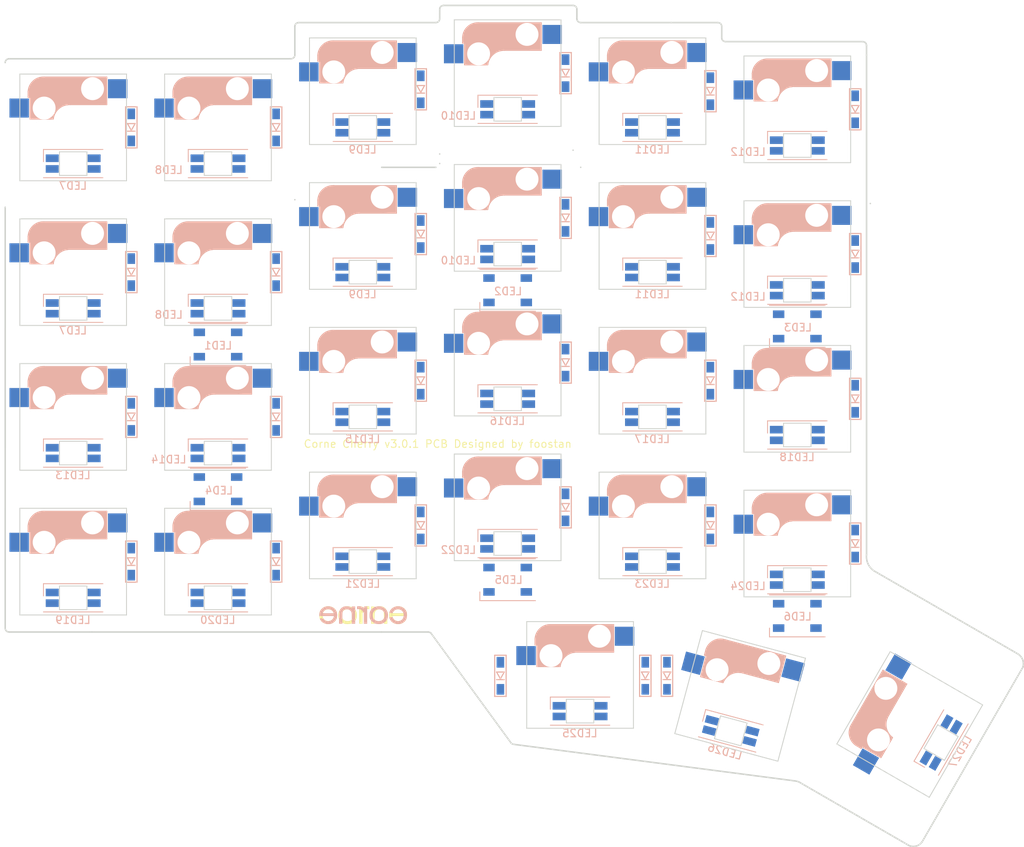
<source format=kicad_pcb>
(kicad_pcb (version 20211014) (generator pcbnew)
  (title_block (title "Corne Cherry") (date "2020-09-28") (rev "3.0.1") (company "foostan"))
  (layers (0 "F.Cu" signal) (31 "B.Cu" signal) (34 "B.Paste" user) (35 "F.Paste" user) (36 "B.SilkS" user "B.Silkscreen") (37 "F.SilkS" user "F.Silkscreen") (38 "B.Mask" user) (39 "F.Mask" user) (44 "Edge.Cuts" user))
  (net 0 "")
  (net 1 "row0")
  (net 2 "Net-(D1-Pad2)")
  (net 3 "row1")
  (net 4 "Net-(D2-Pad2)")
  (net 5 "row2")
  (net 6 "Net-(D3-Pad2)")
  (net 7 "row3")
  (net 8 "Net-(D4-Pad2)")
  (net 9 "Net-(D5-Pad2)")
  (net 10 "Net-(D6-Pad2)")
  (net 11 "Net-(D7-Pad2)")
  (net 12 "Net-(D8-Pad2)")
  (net 13 "Net-(D9-Pad2)")
  (net 14 "Net-(D10-Pad2)")
  (net 15 "Net-(D11-Pad2)")
  (net 16 "Net-(D12-Pad2)")
  (net 17 "Net-(D13-Pad2)")
  (net 18 "Net-(D14-Pad2)")
  (net 19 "Net-(D15-Pad2)")
  (net 20 "Net-(D16-Pad2)")
  (net 21 "Net-(D17-Pad2)")
  (net 22 "Net-(D18-Pad2)")
  (net 23 "Net-(D19-Pad2)")
  (net 24 "Net-(D20-Pad2)")
  (net 25 "Net-(D21-Pad2)")
  (net 26 "GND")
  (net 27 "VCC")
  (net 28 "col0")
  (net 29 "col1")
  (net 30 "col2")
  (net 31 "col3")
  (net 32 "col4")
  (net 33 "col5")
  (net 34 "LED")
  (net 40 "Net-(LED1-Pad2)")
  (net 41 "Net-(LED1-Pad4)")
  (net 42 "Net-(LED2-Pad4)")
  (net 43 "Net-(LED10-Pad2)")
  (net 44 "Net-(LED11-Pad4)")
  (net 45 "Net-(LED13-Pad4)")
  (net 46 "Net-(LED14-Pad2)")
  (net 47 "Net-(LED15-Pad4)")
  (net 48 "Net-(LED10-Pad4)")
  (net 49 "Net-(LED11-Pad2)")
  (net 50 "Net-(LED12-Pad4)")
  (net 51 "Net-(LED13-Pad2)")
  (net 52 "Net-(LED14-Pad4)")
  (net 53 "Net-(LED16-Pad4)")
  (net 54 "Net-(LED17-Pad2)")
  (net 55 "Net-(LED18-Pad4)")
  (net 56 "Net-(LED22-Pad4)")
  (net 57 "Net-(LED24-Pad4)")
  (net 58 "Net-(LED25-Pad4)")
  (net 59 "Net-(LED27-Pad4)")
  (net 60 "Net-(LED4-Pad2)")
  (net 61 "Net-(LED5-Pad2)")
  (net 62 "Net-(LED7-Pad4)")
  (net 63 "Net-(LED15-Pad2)")
  (net 64 "Net-(LED20-Pad4)")
  (net 65 "Net-(LED23-Pad2)")
  (net 71 "Net-(LED19-Pad2)")
  (net 85 "Net-(SW16-Pad1)")
  (footprint "kbd:CherryMX_Hotswap" (layer "F.Cu") (at 39.1075 35.78)
    (fp_text reference "SW2" hide)
    (fp_text value "SW_PUSH" hide)
    (fp_line (start 7 7) (end -7 7) (layer "Edge.Cuts") (width 0.12))
    (fp_line (start 7 7) (end 7 -7) (layer "Edge.Cuts") (width 0.12))
    (fp_line (start 7 -7) (end -7 -7) (layer "Edge.Cuts") (width 0.12))
    (fp_line (start -7 -7) (end -7 7) (layer "Edge.Cuts") (width 0.12))
    (pad "" np_thru_hole circle (at -3.81 -2.54) (size 3 3) (drill 3) (layers *.Cu *.Mask))
    (pad "" np_thru_hole circle (at 0 0 90) (size 4.1 4.1) (drill 4.1) (layers *.Cu *.Mask))
    (pad "" np_thru_hole circle (at 2.54 -5.08) (size 3 3) (drill 3) (layers *.Cu *.Mask))
    (pad "" np_thru_hole circle (at 5.08 0) (size 1.9 1.9) (drill 1.9) (layers *.Cu *.Mask))
    (pad "" np_thru_hole circle (at -5.08 0) (size 1.9 1.9) (drill 1.9) (layers *.Cu *.Mask))
    (pad "1" smd rect (at -7.085 -2.54 180) (size 2.55 2.5) (layers "B.Cu" "B.Paste" "B.Mask") (net 29 "col1"))
    (pad "2" smd rect (at 5.842 -5.08 180) (size 2.55 2.5) (layers "B.Cu" "B.Paste" "B.Mask"))
  )
  (footprint "kbd:CherryMX_Hotswap" (layer "F.Cu") (at 58.1075 31.03)
    (fp_text reference "SW3" hide)
    (fp_text value "SW_PUSH" hide)
    (fp_line (start 7 7) (end 7 -7) (layer "Edge.Cuts") (width 0.12))
    (fp_line (start -7 -7) (end -7 7) (layer "Edge.Cuts") (width 0.12))
    (fp_line (start 7 -7) (end -7 -7) (layer "Edge.Cuts") (width 0.12))
    (fp_line (start 7 7) (end -7 7) (layer "Edge.Cuts") (width 0.12))
    (pad "" np_thru_hole circle (at 2.54 -5.08) (size 3 3) (drill 3) (layers *.Cu *.Mask))
    (pad "" np_thru_hole circle (at -3.81 -2.54) (size 3 3) (drill 3) (layers *.Cu *.Mask))
    (pad "" np_thru_hole circle (at -5.08 0) (size 1.9 1.9) (drill 1.9) (layers *.Cu *.Mask))
    (pad "" np_thru_hole circle (at 0 0 90) (size 4.1 4.1) (drill 4.1) (layers *.Cu *.Mask))
    (pad "" np_thru_hole circle (at 5.08 0) (size 1.9 1.9) (drill 1.9) (layers *.Cu *.Mask))
    (pad "1" smd rect (at -7.085 -2.54 180) (size 2.55 2.5) (layers "B.Cu" "B.Paste" "B.Mask") (net 30 "col2"))
    (pad "2" smd rect (at 5.842 -5.08 180) (size 2.55 2.5) (layers "B.Cu" "B.Paste" "B.Mask"))
  )
  (footprint "kbd:CherryMX_Hotswap" (layer "F.Cu") (at 77.1075 28.655)
    (fp_text reference "SW4" hide)
    (fp_text value "SW_PUSH" hide)
    (fp_line (start -7 -7) (end -7 7) (layer "Edge.Cuts") (width 0.12))
    (fp_line (start 7 7) (end 7 -7) (layer "Edge.Cuts") (width 0.12))
    (fp_line (start 7 7) (end -7 7) (layer "Edge.Cuts") (width 0.12))
    (fp_line (start 7 -7) (end -7 -7) (layer "Edge.Cuts") (width 0.12))
    (pad "" np_thru_hole circle (at 0 0 90) (size 4.1 4.1) (drill 4.1) (layers *.Cu *.Mask))
    (pad "" np_thru_hole circle (at -3.81 -2.54) (size 3 3) (drill 3) (layers *.Cu *.Mask))
    (pad "" np_thru_hole circle (at 5.08 0) (size 1.9 1.9) (drill 1.9) (layers *.Cu *.Mask))
    (pad "" np_thru_hole circle (at 2.54 -5.08) (size 3 3) (drill 3) (layers *.Cu *.Mask))
    (pad "" np_thru_hole circle (at -5.08 0) (size 1.9 1.9) (drill 1.9) (layers *.Cu *.Mask))
    (pad "1" smd rect (at -7.085 -2.54 180) (size 2.55 2.5) (layers "B.Cu" "B.Paste" "B.Mask"))
    (pad "2" smd rect (at 5.842 -5.08 180) (size 2.55 2.5) (layers "B.Cu" "B.Paste" "B.Mask"))
  )
  (footprint "kbd:CherryMX_Hotswap" (layer "F.Cu") (at 96.1075 31.03)
    (fp_text reference "SW5" hide)
    (fp_text value "SW_PUSH" hide)
    (fp_line (start 7 7) (end -7 7) (layer "Edge.Cuts") (width 0.12))
    (fp_line (start -7 -7) (end -7 7) (layer "Edge.Cuts") (width 0.12))
    (fp_line (start 7 -7) (end -7 -7) (layer "Edge.Cuts") (width 0.12))
    (fp_line (start 7 7) (end 7 -7) (layer "Edge.Cuts") (width 0.12))
    (pad "" np_thru_hole circle (at 5.08 0) (size 1.9 1.9) (drill 1.9) (layers *.Cu *.Mask))
    (pad "" np_thru_hole circle (at 0 0 90) (size 4.1 4.1) (drill 4.1) (layers *.Cu *.Mask))
    (pad "" np_thru_hole circle (at -3.81 -2.54) (size 3 3) (drill 3) (layers *.Cu *.Mask))
    (pad "" np_thru_hole circle (at -5.08 0) (size 1.9 1.9) (drill 1.9) (layers *.Cu *.Mask))
    (pad "" np_thru_hole circle (at 2.54 -5.08) (size 3 3) (drill 3) (layers *.Cu *.Mask))
    (pad "1" smd rect (at -7.085 -2.54 180) (size 2.55 2.5) (layers "B.Cu" "B.Paste" "B.Mask"))
    (pad "2" smd rect (at 5.842 -5.08 180) (size 2.55 2.5) (layers "B.Cu" "B.Paste" "B.Mask"))
  )
  (footprint "kbd:CherryMX_Hotswap" (layer "F.Cu") (at 20.1075 54.78)
    (fp_text reference "SW7" hide)
    (fp_text value "SW_PUSH" hide)
    (fp_line (start -7 -7) (end -7 7) (layer "Edge.Cuts") (width 0.12))
    (fp_line (start 7 7) (end -7 7) (layer "Edge.Cuts") (width 0.12))
    (fp_line (start 7 -7) (end -7 -7) (layer "Edge.Cuts") (width 0.12))
    (fp_line (start 7 7) (end 7 -7) (layer "Edge.Cuts") (width 0.12))
    (pad "" np_thru_hole circle (at -5.08 0) (size 1.9 1.9) (drill 1.9) (layers *.Cu *.Mask))
    (pad "" np_thru_hole circle (at 5.08 0) (size 1.9 1.9) (drill 1.9) (layers *.Cu *.Mask))
    (pad "" np_thru_hole circle (at 0 0 90) (size 4.1 4.1) (drill 4.1) (layers *.Cu *.Mask))
    (pad "" np_thru_hole circle (at -3.81 -2.54) (size 3 3) (drill 3) (layers *.Cu *.Mask))
    (pad "" np_thru_hole circle (at 2.54 -5.08) (size 3 3) (drill 3) (layers *.Cu *.Mask))
    (pad "1" smd rect (at -7.085 -2.54 180) (size 2.55 2.5) (layers "B.Cu" "B.Paste" "B.Mask") (net 28 "col0"))
    (pad "2" smd rect (at 5.842 -5.08 180) (size 2.55 2.5) (layers "B.Cu" "B.Paste" "B.Mask"))
  )
  (footprint "kbd:CherryMX_Hotswap" (layer "F.Cu") (at 39.1075 54.78)
    (fp_text reference "SW8" hide)
    (fp_text value "SW_PUSH" hide)
    (fp_line (start -7 -7) (end -7 7) (layer "Edge.Cuts") (width 0.12))
    (fp_line (start 7 -7) (end -7 -7) (layer "Edge.Cuts") (width 0.12))
    (fp_line (start 7 7) (end -7 7) (layer "Edge.Cuts") (width 0.12))
    (fp_line (start 7 7) (end 7 -7) (layer "Edge.Cuts") (width 0.12))
    (pad "" np_thru_hole circle (at 0 0 90) (size 4.1 4.1) (drill 4.1) (layers *.Cu *.Mask))
    (pad "" np_thru_hole circle (at -5.08 0) (size 1.9 1.9) (drill 1.9) (layers *.Cu *.Mask))
    (pad "" np_thru_hole circle (at 5.08 0) (size 1.9 1.9) (drill 1.9) (layers *.Cu *.Mask))
    (pad "" np_thru_hole circle (at -3.81 -2.54) (size 3 3) (drill 3) (layers *.Cu *.Mask))
    (pad "" np_thru_hole circle (at 2.54 -5.08) (size 3 3) (drill 3) (layers *.Cu *.Mask))
    (pad "1" smd rect (at -7.085 -2.54 180) (size 2.55 2.5) (layers "B.Cu" "B.Paste" "B.Mask") (net 29 "col1"))
    (pad "2" smd rect (at 5.842 -5.08 180) (size 2.55 2.5) (layers "B.Cu" "B.Paste" "B.Mask"))
  )
  (footprint "kbd:CherryMX_Hotswap" (layer "F.Cu") (at 58.1075 50.03)
    (fp_text reference "SW9" hide)
    (fp_text value "SW_PUSH" hide)
    (fp_line (start 7 7) (end 7 -7) (layer "Edge.Cuts") (width 0.12))
    (fp_line (start 7 -7) (end -7 -7) (layer "Edge.Cuts") (width 0.12))
    (fp_line (start -7 -7) (end -7 7) (layer "Edge.Cuts") (width 0.12))
    (fp_line (start 7 7) (end -7 7) (layer "Edge.Cuts") (width 0.12))
    (pad "" np_thru_hole circle (at 0 0 90) (size 4.1 4.1) (drill 4.1) (layers *.Cu *.Mask))
    (pad "" np_thru_hole circle (at 5.08 0) (size 1.9 1.9) (drill 1.9) (layers *.Cu *.Mask))
    (pad "" np_thru_hole circle (at 2.54 -5.08) (size 3 3) (drill 3) (layers *.Cu *.Mask))
    (pad "" np_thru_hole circle (at -3.81 -2.54) (size 3 3) (drill 3) (layers *.Cu *.Mask))
    (pad "" np_thru_hole circle (at -5.08 0) (size 1.9 1.9) (drill 1.9) (layers *.Cu *.Mask))
    (pad "1" smd rect (at -7.085 -2.54 180) (size 2.55 2.5) (layers "B.Cu" "B.Paste" "B.Mask") (net 30 "col2"))
    (pad "2" smd rect (at 5.842 -5.08 180) (size 2.55 2.5) (layers "B.Cu" "B.Paste" "B.Mask"))
  )
  (footprint "kbd:CherryMX_Hotswap" (layer "F.Cu") (at 77.1075 47.655)
    (fp_text reference "SW10" hide)
    (fp_text value "SW_PUSH" hide)
    (fp_line (start 7 7) (end 7 -7) (layer "Edge.Cuts") (width 0.12))
    (fp_line (start 7 7) (end -7 7) (layer "Edge.Cuts") (width 0.12))
    (fp_line (start 7 -7) (end -7 -7) (layer "Edge.Cuts") (width 0.12))
    (fp_line (start -7 -7) (end -7 7) (layer "Edge.Cuts") (width 0.12))
    (pad "" np_thru_hole circle (at 5.08 0) (size 1.9 1.9) (drill 1.9) (layers *.Cu *.Mask))
    (pad "" np_thru_hole circle (at -3.81 -2.54) (size 3 3) (drill 3) (layers *.Cu *.Mask))
    (pad "" np_thru_hole circle (at 2.54 -5.08) (size 3 3) (drill 3) (layers *.Cu *.Mask))
    (pad "" np_thru_hole circle (at 0 0 90) (size 4.1 4.1) (drill 4.1) (layers *.Cu *.Mask))
    (pad "" np_thru_hole circle (at -5.08 0) (size 1.9 1.9) (drill 1.9) (layers *.Cu *.Mask))
    (pad "1" smd rect (at -7.085 -2.54 180) (size 2.55 2.5) (layers "B.Cu" "B.Paste" "B.Mask"))
    (pad "2" smd rect (at 5.842 -5.08 180) (size 2.55 2.5) (layers "B.Cu" "B.Paste" "B.Mask"))
  )
  (footprint "kbd:CherryMX_Hotswap" (layer "F.Cu") (at 96.1075 50.03)
    (fp_text reference "SW11" hide)
    (fp_text value "SW_PUSH" hide)
    (fp_line (start 7 7) (end 7 -7) (layer "Edge.Cuts") (width 0.12))
    (fp_line (start -7 -7) (end -7 7) (layer "Edge.Cuts") (width 0.12))
    (fp_line (start 7 -7) (end -7 -7) (layer "Edge.Cuts") (width 0.12))
    (fp_line (start 7 7) (end -7 7) (layer "Edge.Cuts") (width 0.12))
    (pad "" np_thru_hole circle (at 2.54 -5.08) (size 3 3) (drill 3) (layers *.Cu *.Mask))
    (pad "" np_thru_hole circle (at -3.81 -2.54) (size 3 3) (drill 3) (layers *.Cu *.Mask))
    (pad "" np_thru_hole circle (at -5.08 0) (size 1.9 1.9) (drill 1.9) (layers *.Cu *.Mask))
    (pad "" np_thru_hole circle (at 0 0 90) (size 4.1 4.1) (drill 4.1) (layers *.Cu *.Mask))
    (pad "" np_thru_hole circle (at 5.08 0) (size 1.9 1.9) (drill 1.9) (layers *.Cu *.Mask))
    (pad "1" smd rect (at -7.085 -2.54 180) (size 2.55 2.5) (layers "B.Cu" "B.Paste" "B.Mask"))
    (pad "2" smd rect (at 5.842 -5.08 180) (size 2.55 2.5) (layers "B.Cu" "B.Paste" "B.Mask"))
  )
  (footprint "kbd:CherryMX_Hotswap" (layer "F.Cu") (at 115.1075 52.405)
    (fp_text reference "SW12" hide)
    (fp_text value "SW_PUSH" hide)
    (fp_line (start 7 7) (end -7 7) (layer "Edge.Cuts") (width 0.12))
    (fp_line (start -7 -7) (end -7 7) (layer "Edge.Cuts") (width 0.12))
    (fp_line (start 7 7) (end 7 -7) (layer "Edge.Cuts") (width 0.12))
    (fp_line (start 7 -7) (end -7 -7) (layer "Edge.Cuts") (width 0.12))
    (pad "" np_thru_hole circle (at -3.81 -2.54) (size 3 3) (drill 3) (layers *.Cu *.Mask))
    (pad "" np_thru_hole circle (at 5.08 0) (size 1.9 1.9) (drill 1.9) (layers *.Cu *.Mask))
    (pad "" np_thru_hole circle (at 0 0 90) (size 4.1 4.1) (drill 4.1) (layers *.Cu *.Mask))
    (pad "" np_thru_hole circle (at 2.54 -5.08) (size 3 3) (drill 3) (layers *.Cu *.Mask))
    (pad "" np_thru_hole circle (at -5.08 0) (size 1.9 1.9) (drill 1.9) (layers *.Cu *.Mask))
    (pad "1" smd rect (at -7.085 -2.54 180) (size 2.55 2.5) (layers "B.Cu" "B.Paste" "B.Mask"))
    (pad "2" smd rect (at 5.842 -5.08 180) (size 2.55 2.5) (layers "B.Cu" "B.Paste" "B.Mask") (net 16 "Net-(D12-Pad2)"))
  )
  (footprint "kbd:CherryMX_Hotswap" (layer "F.Cu") (at 20.1075 73.78)
    (fp_text reference "SW13" hide)
    (fp_text value "SW_PUSH" hide)
    (fp_line (start 7 7) (end -7 7) (layer "Edge.Cuts") (width 0.12))
    (fp_line (start 7 7) (end 7 -7) (layer "Edge.Cuts") (width 0.12))
    (fp_line (start -7 -7) (end -7 7) (layer "Edge.Cuts") (width 0.12))
    (fp_line (start 7 -7) (end -7 -7) (layer "Edge.Cuts") (width 0.12))
    (pad "" np_thru_hole circle (at -3.81 -2.54) (size 3 3) (drill 3) (layers *.Cu *.Mask))
    (pad "" np_thru_hole circle (at 5.08 0) (size 1.9 1.9) (drill 1.9) (layers *.Cu *.Mask))
    (pad "" np_thru_hole circle (at -5.08 0) (size 1.9 1.9) (drill 1.9) (layers *.Cu *.Mask))
    (pad "" np_thru_hole circle (at 0 0 90) (size 4.1 4.1) (drill 4.1) (layers *.Cu *.Mask))
    (pad "" np_thru_hole circle (at 2.54 -5.08) (size 3 3) (drill 3) (layers *.Cu *.Mask))
    (pad "1" smd rect (at -7.085 -2.54 180) (size 2.55 2.5) (layers "B.Cu" "B.Paste" "B.Mask") (net 28 "col0"))
    (pad "2" smd rect (at 5.842 -5.08 180) (size 2.55 2.5) (layers "B.Cu" "B.Paste" "B.Mask"))
  )
  (footprint "kbd:CherryMX_Hotswap" (layer "F.Cu") (at 39.1075 73.78)
    (fp_text reference "SW14" hide)
    (fp_text value "SW_PUSH" hide)
    (fp_line (start 7 -7) (end -7 -7) (layer "Edge.Cuts") (width 0.12))
    (fp_line (start 7 7) (end -7 7) (layer "Edge.Cuts") (width 0.12))
    (fp_line (start -7 -7) (end -7 7) (layer "Edge.Cuts") (width 0.12))
    (fp_line (start 7 7) (end 7 -7) (layer "Edge.Cuts") (width 0.12))
    (pad "" np_thru_hole circle (at 2.54 -5.08) (size 3 3) (drill 3) (layers *.Cu *.Mask))
    (pad "" np_thru_hole circle (at -5.08 0) (size 1.9 1.9) (drill 1.9) (layers *.Cu *.Mask))
    (pad "" np_thru_hole circle (at -3.81 -2.54) (size 3 3) (drill 3) (layers *.Cu *.Mask))
    (pad "" np_thru_hole circle (at 5.08 0) (size 1.9 1.9) (drill 1.9) (layers *.Cu *.Mask))
    (pad "" np_thru_hole circle (at 0 0 90) (size 4.1 4.1) (drill 4.1) (layers *.Cu *.Mask))
    (pad "1" smd rect (at -7.085 -2.54 180) (size 2.55 2.5) (layers "B.Cu" "B.Paste" "B.Mask") (net 29 "col1"))
    (pad "2" smd rect (at 5.842 -5.08 180) (size 2.55 2.5) (layers "B.Cu" "B.Paste" "B.Mask"))
  )
  (footprint "kbd:CherryMX_Hotswap" (layer "F.Cu") (at 58.1075 69.03)
    (fp_text reference "SW15" hide)
    (fp_text value "SW_PUSH" hide)
    (fp_line (start 7 -7) (end -7 -7) (layer "Edge.Cuts") (width 0.12))
    (fp_line (start 7 7) (end 7 -7) (layer "Edge.Cuts") (width 0.12))
    (fp_line (start 7 7) (end -7 7) (layer "Edge.Cuts") (width 0.12))
    (fp_line (start -7 -7) (end -7 7) (layer "Edge.Cuts") (width 0.12))
    (pad "" np_thru_hole circle (at 5.08 0) (size 1.9 1.9) (drill 1.9) (layers *.Cu *.Mask))
    (pad "" np_thru_hole circle (at -3.81 -2.54) (size 3 3) (drill 3) (layers *.Cu *.Mask))
    (pad "" np_thru_hole circle (at 0 0 90) (size 4.1 4.1) (drill 4.1) (layers *.Cu *.Mask))
    (pad "" np_thru_hole circle (at -5.08 0) (size 1.9 1.9) (drill 1.9) (layers *.Cu *.Mask))
    (pad "" np_thru_hole circle (at 2.54 -5.08) (size 3 3) (drill 3) (layers *.Cu *.Mask))
    (pad "1" smd rect (at -7.085 -2.54 180) (size 2.55 2.5) (layers "B.Cu" "B.Paste" "B.Mask") (net 30 "col2"))
    (pad "2" smd rect (at 5.842 -5.08 180) (size 2.55 2.5) (layers "B.Cu" "B.Paste" "B.Mask"))
  )
  (footprint "kbd:CherryMX_Hotswap" (layer "F.Cu") (at 77.1075 66.655)
    (fp_text reference "SW16" hide)
    (fp_text value "SW_PUSH" hide)
    (fp_line (start 7 7) (end -7 7) (layer "Edge.Cuts") (width 0.12))
    (fp_line (start 7 7) (end 7 -7) (layer "Edge.Cuts") (width 0.12))
    (fp_line (start -7 -7) (end -7 7) (layer "Edge.Cuts") (width 0.12))
    (fp_line (start 7 -7) (end -7 -7) (layer "Edge.Cuts") (width 0.12))
    (pad "" np_thru_hole circle (at 2.54 -5.08) (size 3 3) (drill 3) (layers *.Cu *.Mask))
    (pad "" np_thru_hole circle (at 0 0 90) (size 4.1 4.1) (drill 4.1) (layers *.Cu *.Mask))
    (pad "" np_thru_hole circle (at -5.08 0) (size 1.9 1.9) (drill 1.9) (layers *.Cu *.Mask))
    (pad "" np_thru_hole circle (at -3.81 -2.54) (size 3 3) (drill 3) (layers *.Cu *.Mask))
    (pad "" np_thru_hole circle (at 5.08 0) (size 1.9 1.9) (drill 1.9) (layers *.Cu *.Mask))
    (pad "1" smd rect (at -7.085 -2.54 180) (size 2.55 2.5) (layers "B.Cu" "B.Paste" "B.Mask") (net 85 "Net-(SW16-Pad1)"))
    (pad "2" smd rect (at 5.842 -5.08 180) (size 2.55 2.5) (layers "B.Cu" "B.Paste" "B.Mask"))
  )
  (footprint "kbd:CherryMX_Hotswap" (layer "F.Cu") (at 96.1075 69.03)
    (fp_text reference "SW17" hide)
    (fp_text value "SW_PUSH" hide)
    (fp_line (start 7 -7) (end -7 -7) (layer "Edge.Cuts") (width 0.12))
    (fp_line (start 7 7) (end 7 -7) (layer "Edge.Cuts") (width 0.12))
    (fp_line (start -7 -7) (end -7 7) (layer "Edge.Cuts") (width 0.12))
    (fp_line (start 7 7) (end -7 7) (layer "Edge.Cuts") (width 0.12))
    (pad "" np_thru_hole circle (at 0 0 90) (size 4.1 4.1) (drill 4.1) (layers *.Cu *.Mask))
    (pad "" np_thru_hole circle (at 5.08 0) (size 1.9 1.9) (drill 1.9) (layers *.Cu *.Mask))
    (pad "" np_thru_hole circle (at 2.54 -5.08) (size 3 3) (drill 3) (layers *.Cu *.Mask))
    (pad "" np_thru_hole circle (at -5.08 0) (size 1.9 1.9) (drill 1.9) (layers *.Cu *.Mask))
    (pad "" np_thru_hole circle (at -3.81 -2.54) (size 3 3) (drill 3) (layers *.Cu *.Mask))
    (pad "1" smd rect (at -7.085 -2.54 180) (size 2.55 2.5) (layers "B.Cu" "B.Paste" "B.Mask"))
    (pad "2" smd rect (at 5.842 -5.08 180) (size 2.55 2.5) (layers "B.Cu" "B.Paste" "B.Mask"))
  )
  (footprint "kbd:CherryMX_Hotswap" (layer "F.Cu") (at 115.1075 71.405)
    (fp_text reference "SW18" hide)
    (fp_text value "SW_PUSH" hide)
    (fp_line (start 7 7) (end 7 -7) (layer "Edge.Cuts") (width 0.12))
    (fp_line (start 7 -7) (end -7 -7) (layer "Edge.Cuts") (width 0.12))
    (fp_line (start 7 7) (end -7 7) (layer "Edge.Cuts") (width 0.12))
    (fp_line (start -7 -7) (end -7 7) (layer "Edge.Cuts") (width 0.12))
    (pad "" np_thru_hole circle (at 0 0 90) (size 4.1 4.1) (drill 4.1) (layers *.Cu *.Mask))
    (pad "" np_thru_hole circle (at -3.81 -2.54) (size 3 3) (drill 3) (layers *.Cu *.Mask))
    (pad "" np_thru_hole circle (at -5.08 0) (size 1.9 1.9) (drill 1.9) (layers *.Cu *.Mask))
    (pad "" np_thru_hole circle (at 5.08 0) (size 1.9 1.9) (drill 1.9) (layers *.Cu *.Mask))
    (pad "" np_thru_hole circle (at 2.54 -5.08) (size 3 3) (drill 3) (layers *.Cu *.Mask))
    (pad "1" smd rect (at -7.085 -2.54 180) (size 2.55 2.5) (layers "B.Cu" "B.Paste" "B.Mask"))
    (pad "2" smd rect (at 5.842 -5.08 180) (size 2.55 2.5) (layers "B.Cu" "B.Paste" "B.Mask") (net 22 "Net-(D18-Pad2)"))
  )
  (footprint "kbd:CherryMX_Hotswap" (layer "F.Cu") (at 86.6075 88.655)
    (fp_text reference "SW19" hide)
    (fp_text value "SW_PUSH" hide)
    (fp_line (start 7 7) (end 7 -7) (layer "Edge.Cuts") (width 0.12))
    (fp_line (start 7 7) (end -7 7) (layer "Edge.Cuts") (width 0.12))
    (fp_line (start -7 -7) (end -7 7) (layer "Edge.Cuts") (width 0.12))
    (fp_line (start 7 -7) (end -7 -7) (layer "Edge.Cuts") (width 0.12))
    (pad "" np_thru_hole circle (at 0 0 90) (size 4.1 4.1) (drill 4.1) (layers *.Cu *.Mask))
    (pad "" np_thru_hole circle (at 5.08 0) (size 1.9 1.9) (drill 1.9) (layers *.Cu *.Mask))
    (pad "" np_thru_hole circle (at -3.81 -2.54) (size 3 3) (drill 3) (layers *.Cu *.Mask))
    (pad "" np_thru_hole circle (at 2.54 -5.08) (size 3 3) (drill 3) (layers *.Cu *.Mask))
    (pad "" np_thru_hole circle (at -5.08 0) (size 1.9 1.9) (drill 1.9) (layers *.Cu *.Mask))
    (pad "1" smd rect (at -7.085 -2.54 180) (size 2.55 2.5) (layers "B.Cu" "B.Paste" "B.Mask") (net 85 "Net-(SW16-Pad1)"))
    (pad "2" smd rect (at 5.842 -5.08 180) (size 2.55 2.5) (layers "B.Cu" "B.Paste" "B.Mask"))
  )
  (footprint "kbd:CherryMX_Hotswap" (layer "F.Cu") (at 107.6075 91.405 -15)
    (fp_text reference "SW20" hide)
    (fp_text value "SW_PUSH" hide)
    (fp_line (start 7 7) (end -7 7) (layer "Edge.Cuts") (width 0.12))
    (fp_line (start 7 -7) (end -7 -7) (layer "Edge.Cuts") (width 0.12))
    (fp_line (start -7 -7) (end -7 7) (layer "Edge.Cuts") (width 0.12))
    (fp_line (start 7 7) (end 7 -7) (layer "Edge.Cuts") (width 0.12))
    (pad "" np_thru_hole circle (at 5.08 0 345) (size 1.9 1.9) (drill 1.9) (layers *.Cu *.Mask))
    (pad "" np_thru_hole circle (at 0 0 75) (size 4.1 4.1) (drill 4.1) (layers *.Cu *.Mask))
    (pad "" np_thru_hole circle (at -3.81 -2.54 345) (size 3 3) (drill 3) (layers *.Cu *.Mask))
    (pad "" np_thru_hole circle (at -5.08 0 345) (size 1.9 1.9) (drill 1.9) (layers *.Cu *.Mask))
    (pad "" np_thru_hole circle (at 2.54 -5.08 345) (size 3 3) (drill 3) (layers *.Cu *.Mask))
    (pad "1" smd rect (at -7.085 -2.54 165) (size 2.55 2.5) (layers "B.Cu" "B.Paste" "B.Mask"))
    (pad "2" smd rect (at 5.842 -5.08 165) (size 2.55 2.5) (layers "B.Cu" "B.Paste" "B.Mask"))
  )
  (footprint "kbd:CherryMX_Hotswap" (layer "F.Cu") (at 129.8575 95.155 60)
    (fp_text reference "SW21" hide)
    (fp_text value "SW_PUSH" hide)
    (fp_line (start 7 7) (end 7 -7) (layer "Edge.Cuts") (width 0.12))
    (fp_line (start -7 -7) (end -7 7) (layer "Edge.Cuts") (width 0.12))
    (fp_line (start 7 -7) (end -7 -7) (layer "Edge.Cuts") (width 0.12))
    (fp_line (start 7 7) (end -7 7) (layer "Edge.Cuts") (width 0.12))
    (pad "" np_thru_hole circle (at 0 0 150) (size 4.1 4.1) (drill 4.1) (layers *.Cu *.Mask))
    (pad "" np_thru_hole circle (at -5.08 0 60) (size 1.9 1.9) (drill 1.9) (layers *.Cu *.Mask))
    (pad "" np_thru_hole circle (at -3.81 -2.54 60) (size 3 3) (drill 3) (layers *.Cu *.Mask))
    (pad "" np_thru_hole circle (at 2.54 -5.08 60) (size 3 3) (drill 3) (layers *.Cu *.Mask))
    (pad "" np_thru_hole circle (at 5.08 0 60) (size 1.9 1.9) (drill 1.9) (layers *.Cu *.Mask))
    (pad "1" smd rect (at -7.085 -2.54 240) (size 2.55 2.5) (layers "B.Cu" "B.Paste" "B.Mask"))
    (pad "2" smd rect (at 5.842 -5.08 240) (size 2.55 2.5) (layers "B.Cu" "B.Paste" "B.Mask") (net 25 "Net-(D21-Pad2)"))
  )
  (footprint "kbd:CherryMX_Hotswap" (layer "F.Cu") (at 20.1075 35.78)
    (fp_text reference "SW1" hide)
    (fp_text value "SW_PUSH" hide)
    (fp_line (start 7 7) (end 7 -7) (layer "Edge.Cuts") (width 0.12))
    (fp_line (start 7 7) (end -7 7) (layer "Edge.Cuts") (width 0.12))
    (fp_line (start -7 -7) (end -7 7) (layer "Edge.Cuts") (width 0.12))
    (fp_line (start 7 -7) (end -7 -7) (layer "Edge.Cuts") (width 0.12))
    (pad "" np_thru_hole circle (at 5.08 0) (size 1.9 1.9) (drill 1.9) (layers *.Cu *.Mask))
    (pad "" np_thru_hole circle (at 2.54 -5.08) (size 3 3) (drill 3) (layers *.Cu *.Mask))
    (pad "" np_thru_hole circle (at -5.08 0) (size 1.9 1.9) (drill 1.9) (layers *.Cu *.Mask))
    (pad "" np_thru_hole circle (at 0 0 90) (size 4.1 4.1) (drill 4.1) (layers *.Cu *.Mask))
    (pad "" np_thru_hole circle (at -3.81 -2.54) (size 3 3) (drill 3) (layers *.Cu *.Mask))
    (pad "1" smd rect (at -7.085 -2.54 180) (size 2.55 2.5) (layers "B.Cu" "B.Paste" "B.Mask") (net 28 "col0"))
    (pad "2" smd rect (at 5.842 -5.08 180) (size 2.55 2.5) (layers "B.Cu" "B.Paste" "B.Mask"))
  )
  (footprint "kbd:M2_HOLE_v2" (layer "F.Cu") (at 105.5755 41.7655)
    (fp_text reference "Ref**" hide)
    (fp_text value "Val**" hide)
    (pad "" np_thru_hole circle locked (at 0 0) (size 4.3 4.3) (drill 4.3) (layers *.Cu *.Mask))
  )
  (footprint "kbd:M2_HOLE_v2" (layer "F.Cu") (at 72.7645 81.5205)
    (fp_text reference "Ref**" hide)
    (fp_text value "Val**" hide)
    (pad "" np_thru_hole circle locked (at 0 0) (size 4.3 4.3) (drill 4.3) (layers *.Cu *.Mask))
  )
  (footprint "kbd:M2_HOLE_v2" (layer "F.Cu") (at 119.3305 89.135)
    (fp_text reference "Ref**" hide)
    (fp_text value "Val**" hide)
    (pad "" np_thru_hole circle locked (at 0 0) (size 4.3 4.3) (drill 4.3) (layers *.Cu *.Mask))
  )
  (footprint "kbd:M2_HOLE_v2" (layer "F.Cu") (at 127.8695 74.254)
    (fp_text reference "Ref**" hide)
    (fp_text value "Val**" hide)
    (pad "" np_thru_hole circle locked (at 0 0) (size 2.2 2.2) (drill 2.2) (layers *.Cu *.Mask))
  )
  (footprint "kbd:M2_HOLE_v2" (layer "F.Cu") (at 142.3015 82.775)
    (fp_text reference "Ref**" hide)
    (fp_text value "Val**" hide)
    (pad "" np_thru_hole circle locked (at 0 0) (size 2.2 2.2) (drill 2.2) (layers *.Cu *.Mask))
  )
  (footprint "kbd:CherryMX_Hotswap" (layer "F.Cu") (at 115.1075 33.405)
    (fp_text reference "SW6" hide)
    (fp_text value "SW_PUSH" hide)
    (fp_line (start 7 7) (end 7 -7) (layer "Edge.Cuts") (width 0.12))
    (fp_line (start 7 7) (end -7 7) (layer "Edge.Cuts") (width 0.12))
    (fp_line (start 7 -7) (end -7 -7) (layer "Edge.Cuts") (width 0.12))
    (fp_line (start -7 -7) (end -7 7) (layer "Edge.Cuts") (width 0.12))
    (pad "" np_thru_hole circle (at 0 0 90) (size 4.1 4.1) (drill 4.1) (layers *.Cu *.Mask))
    (pad "" np_thru_hole circle (at 5.08 0) (size 1.9 1.9) (drill 1.9) (layers *.Cu *.Mask))
    (pad "" np_thru_hole circle (at -5.08 0) (size 1.9 1.9) (drill 1.9) (layers *.Cu *.Mask))
    (pad "" np_thru_hole circle (at 2.54 -5.08) (size 3 3) (drill 3) (layers *.Cu *.Mask))
    (pad "" np_thru_hole circle (at -3.81 -2.54) (size 3 3) (drill 3) (layers *.Cu *.Mask))
    (pad "1" smd rect (at -7.085 -2.54 180) (size 2.55 2.5) (layers "B.Cu" "B.Paste" "B.Mask"))
    (pad "2" smd rect (at 5.842 -5.08 180) (size 2.55 2.5) (layers "B.Cu" "B.Paste" "B.Mask") (net 10 "Net-(D6-Pad2)"))
  )
  (footprint "kbd:M2_HOLE_v2" (layer "F.Cu") (at 27.5195 54.1395)
    (fp_text reference "Ref**" hide)
    (fp_text value "Val**" hide)
    (pad "" np_thru_hole circle locked (at 2.088 10.1405) (size 4.3 4.3) (drill 4.3) (layers *.Cu *.Mask))
  )
  (footprint "kbd:M2_HOLE_v2" (layer "F.Cu") (at 29.6075 45.28)
    (fp_text reference "Ref**" hide)
    (fp_text value "Val**" hide)
    (pad "" np_thru_hole circle locked (at 0 0) (size 4.3 4.3) (drill 4.3) (layers *.Cu *.Mask))
  )
  (footprint "kbd:corne-logo-horizontal" (layer "F.Cu") (at 58.2675 80.89)
    (fp_text reference "G***" hide)
    (fp_text value "LOGO" hide)
  )
  (footprint "kbd:CherryMX_Hotswap" (layer "F.Cu") (at 39.1075 16.78)
    (fp_text reference "SW2" hide)
    (fp_text value "SW_PUSH" hide)
    (fp_line (start 7 7) (end -7 7) (layer "Edge.Cuts") (width 0.12))
    (fp_line (start -7 -7) (end -7 7) (layer "Edge.Cuts") (width 0.12))
    (fp_line (start 7 7) (end 7 -7) (layer "Edge.Cuts") (width 0.12))
    (fp_line (start 7 -7) (end -7 -7) (layer "Edge.Cuts") (width 0.12))
    (pad "" np_thru_hole circle (at -5.08 0) (size 1.9 1.9) (drill 1.9) (layers *.Cu *.Mask))
    (pad "" np_thru_hole circle (at 5.08 0) (size 1.9 1.9) (drill 1.9) (layers *.Cu *.Mask))
    (pad "" np_thru_hole circle (at 0 0 90) (size 4.1 4.1) (drill 4.1) (layers *.Cu *.Mask))
    (pad "" np_thru_hole circle (at 2.54 -5.08) (size 3 3) (drill 3) (layers *.Cu *.Mask))
    (pad "" np_thru_hole circle (at -3.81 -2.54) (size 3 3) (drill 3) (layers *.Cu *.Mask))
    (pad "1" smd rect (at -7.085 -2.54 180) (size 2.55 2.5) (layers "B.Cu" "B.Paste" "B.Mask") (net 29 "col1"))
    (pad "2" smd rect (at 5.842 -5.08 180) (size 2.55 2.5) (layers "B.Cu" "B.Paste" "B.Mask") (net 4 "Net-(D2-Pad2)"))
  )
  (footprint "kbd:CherryMX_Hotswap" (layer "F.Cu") (at 58.1075 12.03)
    (fp_text reference "SW3" hide)
    (fp_text value "SW_PUSH" hide)
    (fp_line (start 7 7) (end -7 7) (layer "Edge.Cuts") (width 0.12))
    (fp_line (start 7 -7) (end -7 -7) (layer "Edge.Cuts") (width 0.12))
    (fp_line (start 7 7) (end 7 -7) (layer "Edge.Cuts") (width 0.12))
    (fp_line (start -7 -7) (end -7 7) (layer "Edge.Cuts") (width 0.12))
    (pad "" np_thru_hole circle (at 0 0 90) (size 4.1 4.1) (drill 4.1) (layers *.Cu *.Mask))
    (pad "" np_thru_hole circle (at 5.08 0) (size 1.9 1.9) (drill 1.9) (layers *.Cu *.Mask))
    (pad "" np_thru_hole circle (at -5.08 0) (size 1.9 1.9) (drill 1.9) (layers *.Cu *.Mask))
    (pad "" np_thru_hole circle (at -3.81 -2.54) (size 3 3) (drill 3) (layers *.Cu *.Mask))
    (pad "" np_thru_hole circle (at 2.54 -5.08) (size 3 3) (drill 3) (layers *.Cu *.Mask))
    (pad "1" smd rect (at -7.085 -2.54 180) (size 2.55 2.5) (layers "B.Cu" "B.Paste" "B.Mask") (net 30 "col2"))
    (pad "2" smd rect (at 5.842 -5.08 180) (size 2.55 2.5) (layers "B.Cu" "B.Paste" "B.Mask") (net 6 "Net-(D3-Pad2)"))
  )
  (footprint "kbd:CherryMX_Hotswap" (layer "F.Cu") (at 96.1075 12.03)
    (fp_text reference "SW5" hide)
    (fp_text value "SW_PUSH" hide)
    (fp_line (start 7 7) (end -7 7) (layer "Edge.Cuts") (width 0.12))
    (fp_line (start 7 -7) (end -7 -7) (layer "Edge.Cuts") (width 0.12))
    (fp_line (start -7 -7) (end -7 7) (layer "Edge.Cuts") (width 0.12))
    (fp_line (start 7 7) (end 7 -7) (layer "Edge.Cuts") (width 0.12))
    (pad "" np_thru_hole circle (at 2.54 -5.08) (size 3 3) (drill 3) (layers *.Cu *.Mask))
    (pad "" np_thru_hole circle (at 5.08 0) (size 1.9 1.9) (drill 1.9) (layers *.Cu *.Mask))
    (pad "" np_thru_hole circle (at -5.08 0) (size 1.9 1.9) (drill 1.9) (layers *.Cu *.Mask))
    (pad "" np_thru_hole circle (at 0 0 90) (size 4.1 4.1) (drill 4.1) (layers *.Cu *.Mask))
    (pad "" np_thru_hole circle (at -3.81 -2.54) (size 3 3) (drill 3) (layers *.Cu *.Mask))
    (pad "1" smd rect (at -7.085 -2.54 180) (size 2.55 2.5) (layers "B.Cu" "B.Paste" "B.Mask") (net 32 "col4"))
    (pad "2" smd rect (at 5.842 -5.08 180) (size 2.55 2.5) (layers "B.Cu" "B.Paste" "B.Mask") (net 9 "Net-(D5-Pad2)"))
  )
  (footprint "kbd:CherryMX_Hotswap" (layer "F.Cu") (at 115.1075 14.405)
    (fp_text reference "SW6" hide)
    (fp_text value "SW_PUSH" hide)
    (fp_line (start 7 7) (end -7 7) (layer "Edge.Cuts") (width 0.12))
    (fp_line (start 7 7) (end 7 -7) (layer "Edge.Cuts") (width 0.12))
    (fp_line (start -7 -7) (end -7 7) (layer "Edge.Cuts") (width 0.12))
    (fp_line (start 7 -7) (end -7 -7) (layer "Edge.Cuts") (width 0.12))
    (pad "" np_thru_hole circle (at 5.08 0) (size 1.9 1.9) (drill 1.9) (layers *.Cu *.Mask))
    (pad "" np_thru_hole circle (at 0 0 90) (size 4.1 4.1) (drill 4.1) (layers *.Cu *.Mask))
    (pad "" np_thru_hole circle (at -3.81 -2.54) (size 3 3) (drill 3) (layers *.Cu *.Mask))
    (pad "" np_thru_hole circle (at 2.54 -5.08) (size 3 3) (drill 3) (layers *.Cu *.Mask))
    (pad "" np_thru_hole circle (at -5.08 0) (size 1.9 1.9) (drill 1.9) (layers *.Cu *.Mask))
    (pad "1" smd rect (at -7.085 -2.54 180) (size 2.55 2.5) (layers "B.Cu" "B.Paste" "B.Mask") (net 33 "col5"))
    (pad "2" smd rect (at 5.842 -5.08 180) (size 2.55 2.5) (layers "B.Cu" "B.Paste" "B.Mask") (net 10 "Net-(D6-Pad2)"))
  )
  (footprint "kbd:CherryMX_Hotswap" (layer "F.Cu") (at 77.1075 9.655)
    (fp_text reference "SW4" hide)
    (fp_text value "SW_PUSH" hide)
    (fp_line (start 7 7) (end 7 -7) (layer "Edge.Cuts") (width 0.12))
    (fp_line (start 7 7) (end -7 7) (layer "Edge.Cuts") (width 0.12))
    (fp_line (start 7 -7) (end -7 -7) (layer "Edge.Cuts") (width 0.12))
    (fp_line (start -7 -7) (end -7 7) (layer "Edge.Cuts") (width 0.12))
    (pad "" np_thru_hole circle (at 0 0 90) (size 4.1 4.1) (drill 4.1) (layers *.Cu *.Mask))
    (pad "" np_thru_hole circle (at 2.54 -5.08) (size 3 3) (drill 3) (layers *.Cu *.Mask))
    (pad "" np_thru_hole circle (at -3.81 -2.54) (size 3 3) (drill 3) (layers *.Cu *.Mask))
    (pad "" np_thru_hole circle (at 5.08 0) (size 1.9 1.9) (drill 1.9) (layers *.Cu *.Mask))
    (pad "" np_thru_hole circle (at -5.08 0) (size 1.9 1.9) (drill 1.9) (layers *.Cu *.Mask))
    (pad "1" smd rect (at -7.085 -2.54 180) (size 2.55 2.5) (layers "B.Cu" "B.Paste" "B.Mask") (net 31 "col3"))
    (pad "2" smd rect (at 5.842 -5.08 180) (size 2.55 2.5) (layers "B.Cu" "B.Paste" "B.Mask") (net 8 "Net-(D4-Pad2)"))
  )
  (footprint "kbd:CherryMX_Hotswap" (layer "F.Cu") (at 20.1075 16.78)
    (fp_text reference "SW1" hide)
    (fp_text value "SW_PUSH" hide)
    (fp_line (start -7 -7) (end -7 7) (layer "Edge.Cuts") (width 0.12))
    (fp_line (start 7 7) (end 7 -7) (layer "Edge.Cuts") (width 0.12))
    (fp_line (start 7 -7) (end -7 -7) (layer "Edge.Cuts") (width 0.12))
    (fp_line (start 7 7) (end -7 7) (layer "Edge.Cuts") (width 0.12))
    (pad "" np_thru_hole circle (at -3.81 -2.54) (size 3 3) (drill 3) (layers *.Cu *.Mask))
    (pad "" np_thru_hole circle (at 2.54 -5.08) (size 3 3) (drill 3) (layers *.Cu *.Mask))
    (pad "" np_thru_hole circle (at -5.08 0) (size 1.9 1.9) (drill 1.9) (layers *.Cu *.Mask))
    (pad "" np_thru_hole circle (at 0 0 90) (size 4.1 4.1) (drill 4.1) (layers *.Cu *.Mask))
    (pad "" np_thru_hole circle (at 5.08 0) (size 1.9 1.9) (drill 1.9) (layers *.Cu *.Mask))
    (pad "1" smd rect (at -7.085 -2.54 180) (size 2.55 2.5) (layers "B.Cu" "B.Paste" "B.Mask") (net 28 "col0"))
    (pad "2" smd rect (at 5.842 -5.08 180) (size 2.55 2.5) (layers "B.Cu" "B.Paste" "B.Mask") (net 2 "Net-(D1-Pad2)"))
  )
  (footprint "kbd:D3_SMD_v2" (layer "B.Cu") (at 27.7345 35.776875 90)
    (fp_text reference "D1" hide)
    (fp_text value "D" hide)
    (pad "1" smd rect locked (at -1.775 0 90) (size 1.4 1) (layers "B.Cu" "B.Paste" "B.Mask") (net 1 "row0"))
    (pad "2" smd rect locked (at 1.775 0 90) (size 1.4 1) (layers "B.Cu" "B.Paste" "B.Mask") (net 2 "Net-(D1-Pad2)"))
  )
  (footprint "kbd:D3_SMD_v2" (layer "B.Cu") (at 46.7345 35.78 90)
    (fp_text reference "D2" hide)
    (fp_text value "D" hide)
    (pad "1" smd rect locked (at -1.775 0 90) (size 1.4 1) (layers "B.Cu" "B.Paste" "B.Mask") (net 1 "row0"))
    (pad "2" smd rect locked (at 1.775 0 90) (size 1.4 1) (layers "B.Cu" "B.Paste" "B.Mask") (net 4 "Net-(D2-Pad2)"))
  )
  (footprint "kbd:D3_SMD_v2" (layer "B.Cu") (at 65.7075 30.78 90)
    (fp_text reference "D3" hide)
    (fp_text value "D" hide)
    (pad "1" smd rect locked (at -1.775 0 90) (size 1.4 1) (layers "B.Cu" "B.Paste" "B.Mask") (net 1 "row0"))
    (pad "2" smd rect locked (at 1.775 0 90) (size 1.4 1) (layers "B.Cu" "B.Paste" "B.Mask") (net 6 "Net-(D3-Pad2)"))
  )
  (footprint "kbd:D3_SMD_v2" (layer "B.Cu") (at 84.7075 28.655 90)
    (fp_text reference "D4" hide)
    (fp_text value "D" hide)
    (pad "1" smd rect locked (at -1.775 0 90) (size 1.4 1) (layers "B.Cu" "B.Paste" "B.Mask") (net 1 "row0"))
    (pad "2" smd rect locked (at 1.775 0 90) (size 1.4 1) (layers "B.Cu" "B.Paste" "B.Mask") (net 8 "Net-(D4-Pad2)"))
  )
  (footprint "kbd:D3_SMD_v2" (layer "B.Cu") (at 103.7075 31.03 90)
    (fp_text reference "D5" hide)
    (fp_text value "D" hide)
    (pad "1" smd rect locked (at -1.775 0 90) (size 1.4 1) (layers "B.Cu" "B.Paste" "B.Mask") (net 1 "row0"))
    (pad "2" smd rect locked (at 1.775 0 90) (size 1.4 1) (layers "B.Cu" "B.Paste" "B.Mask") (net 9 "Net-(D5-Pad2)"))
  )
  (footprint "kbd:D3_SMD_v2" (layer "B.Cu") (at 122.7075 33.405 90)
    (fp_text reference "D6" hide)
    (fp_text value "D" hide)
    (pad "1" smd rect locked (at -1.775 0 90) (size 1.4 1) (layers "B.Cu" "B.Paste" "B.Mask"))
    (pad "2" smd rect locked (at 1.775 0 90) (size 1.4 1) (layers "B.Cu" "B.Paste" "B.Mask") (net 10 "Net-(D6-Pad2)"))
  )
  (footprint "kbd:D3_SMD_v2" (layer "B.Cu") (at 27.7345 54.776875 90)
    (fp_text reference "D7" hide)
    (fp_text value "D" hide)
    (pad "1" smd rect locked (at -1.775 0 90) (size 1.4 1) (layers "B.Cu" "B.Paste" "B.Mask") (net 3 "row1"))
    (pad "2" smd rect locked (at 1.775 0 90) (size 1.4 1) (layers "B.Cu" "B.Paste" "B.Mask") (net 11 "Net-(D7-Pad2)"))
  )
  (footprint "kbd:D3_SMD_v2" (layer "B.Cu") (at 46.7345 54.78 90)
    (fp_text reference "D8" hide)
    (fp_text value "D" hide)
    (pad "1" smd rect locked (at -1.775 0 90) (size 1.4 1) (layers "B.Cu" "B.Paste" "B.Mask") (net 3 "row1"))
    (pad "2" smd rect locked (at 1.775 0 90) (size 1.4 1) (layers "B.Cu" "B.Paste" "B.Mask") (net 12 "Net-(D8-Pad2)"))
  )
  (footprint "kbd:D3_SMD_v2" (layer "B.Cu") (at 65.7075 50.03 90)
    (fp_text reference "D9" hide)
    (fp_text value "D" hide)
    (pad "1" smd rect locked (at -1.775 0 90) (size 1.4 1) (layers "B.Cu" "B.Paste" "B.Mask") (net 3 "row1"))
    (pad "2" smd rect locked (at 1.775 0 90) (size 1.4 1) (layers "B.Cu" "B.Paste" "B.Mask") (net 13 "Net-(D9-Pad2)"))
  )
  (footprint "kbd:D3_SMD_v2" (layer "B.Cu") (at 84.7075 47.655 90)
    (fp_text reference "D10" hide)
    (fp_text value "D" hide)
    (pad "1" smd rect locked (at -1.775 0 90) (size 1.4 1) (layers "B.Cu" "B.Paste" "B.Mask") (net 3 "row1"))
    (pad "2" smd rect locked (at 1.775 0 90) (size 1.4 1) (layers "B.Cu" "B.Paste" "B.Mask") (net 14 "Net-(D10-Pad2)"))
  )
  (footprint "kbd:D3_SMD_v2" (layer "B.Cu") (at 103.7075 50.03 90)
    (fp_text reference "D11" hide)
    (fp_text value "D" hide)
    (pad "1" smd rect locked (at -1.775 0 90) (size 1.4 1) (layers "B.Cu" "B.Paste" "B.Mask") (net 3 "row1"))
    (pad "2" smd rect locked (at 1.775 0 90) (size 1.4 1) (layers "B.Cu" "B.Paste" "B.Mask") (net 15 "Net-(D11-Pad2)"))
  )
  (footprint "kbd:D3_SMD_v2" (layer "B.Cu") (at 122.7075 52.405 90)
    (fp_text reference "D12" hide)
    (fp_text value "D" hide)
    (pad "1" smd rect locked (at -1.775 0 90) (size 1.4 1) (layers "B.Cu" "B.Paste" "B.Mask"))
    (pad "2" smd rect locked (at 1.775 0 90) (size 1.4 1) (layers "B.Cu" "B.Paste" "B.Mask") (net 16 "Net-(D12-Pad2)"))
  )
  (footprint "kbd:D3_SMD_v2" (layer "B.Cu") (at 27.7345 73.776875 90)
    (fp_text reference "D13" hide)
    (fp_text value "D" hide)
    (pad "1" smd rect locked (at -1.775 0 90) (size 1.4 1) (layers "B.Cu" "B.Paste" "B.Mask") (net 5 "row2"))
    (pad "2" smd rect locked (at 1.775 0 90) (size 1.4 1) (layers "B.Cu" "B.Paste" "B.Mask") (net 17 "Net-(D13-Pad2)"))
  )
  (footprint "kbd:D3_SMD_v2" (layer "B.Cu") (at 46.7345 73.78 90)
    (fp_text reference "D14" hide)
    (fp_text value "D" hide)
    (pad "1" smd rect locked (at -1.775 0 90) (size 1.4 1) (layers "B.Cu" "B.Paste" "B.Mask") (net 5 "row2"))
    (pad "2" smd rect locked (at 1.775 0 90) (size 1.4 1) (layers "B.Cu" "B.Paste" "B.Mask") (net 18 "Net-(D14-Pad2)"))
  )
  (footprint "kbd:D3_SMD_v2" (layer "B.Cu") (at 65.7075 69.03 90)
    (fp_text reference "D15" hide)
    (fp_text value "D" hide)
    (pad "1" smd rect locked (at -1.775 0 90) (size 1.4 1) (layers "B.Cu" "B.Paste" "B.Mask") (net 5 "row2"))
    (pad "2" smd rect locked (at 1.775 0 90) (size 1.4 1) (layers "B.Cu" "B.Paste" "B.Mask") (net 19 "Net-(D15-Pad2)"))
  )
  (footprint "kbd:D3_SMD_v2" (layer "B.Cu") (at 84.7075 66.655 90)
    (fp_text reference "D16" hide)
    (fp_text value "D" hide)
    (pad "1" smd rect locked (at -1.775 0 90) (size 1.4 1) (layers "B.Cu" "B.Paste" "B.Mask") (net 5 "row2"))
    (pad "2" smd rect locked (at 1.775 0 90) (size 1.4 1) (layers "B.Cu" "B.Paste" "B.Mask") (net 20 "Net-(D16-Pad2)"))
  )
  (footprint "kbd:D3_SMD_v2" (layer "B.Cu") (at 103.7075 69.03 90)
    (fp_text reference "D17" hide)
    (fp_text value "D" hide)
    (pad "1" smd rect locked (at -1.775 0 90) (size 1.4 1) (layers "B.Cu" "B.Paste" "B.Mask") (net 5 "row2"))
    (pad "2" smd rect locked (at 1.775 0 90) (size 1.4 1) (layers "B.Cu" "B.Paste" "B.Mask") (net 21 "Net-(D17-Pad2)"))
  )
  (footprint "kbd:D3_SMD_v2" (layer "B.Cu") (at 122.7075 71.405 90)
    (fp_text reference "D18" hide)
    (fp_text value "D" hide)
    (pad "1" smd rect locked (at -1.775 0 90) (size 1.4 1) (layers "B.Cu" "B.Paste" "B.Mask"))
    (pad "2" smd rect locked (at 1.775 0 90) (size 1.4 1) (layers "B.Cu" "B.Paste" "B.Mask") (net 22 "Net-(D18-Pad2)"))
  )
  (footprint "kbd:D3_SMD_v2" (layer "B.Cu") (at 76.1575 88.77 90)
    (fp_text reference "D19" hide)
    (fp_text value "D" hide)
    (pad "1" smd rect locked (at -1.775 0 90) (size 1.4 1) (layers "B.Cu" "B.Paste" "B.Mask") (net 7 "row3"))
    (pad "2" smd rect locked (at 1.775 0 90) (size 1.4 1) (layers "B.Cu" "B.Paste" "B.Mask") (net 23 "Net-(D19-Pad2)"))
  )
  (footprint "kbd:D3_SMD_v2" (layer "B.Cu") (at 95.1645 88.765 90)
    (fp_text reference "D20" hide)
    (fp_text value "D" hide)
    (pad "1" smd rect locked (at -1.775 0 90) (size 1.4 1) (layers "B.Cu" "B.Paste" "B.Mask") (net 7 "row3"))
    (pad "2" smd rect locked (at 1.775 0 90) (size 1.4 1) (layers "B.Cu" "B.Paste" "B.Mask") (net 24 "Net-(D20-Pad2)"))
  )
  (footprint "kbd:D3_SMD_v2" (layer "B.Cu") (at 98.0075 88.765 90)
    (fp_text reference "D21" hide)
    (fp_text value "D" hide)
    (pad "1" smd rect locked (at -1.775 0 90) (size 1.4 1) (layers "B.Cu" "B.Paste" "B.Mask"))
    (pad "2" smd rect locked (at 1.775 0 90) (size 1.4 1) (layers "B.Cu" "B.Paste" "B.Mask") (net 25 "Net-(D21-Pad2)"))
  )
  (footprint "kbd:YS-SK6812MINI-E" (layer "B.Cu") (at 20.1075 40.53)
    (fp_text reference "LED7" (at -0.03 2.9075) (layer "B.SilkS") (effects (justify mirror)))
    (fp_text value "YS-SK6812MINI-E")
    (fp_line (start 1.8 -1.55) (end 1.8 1.55) (layer "Edge.Cuts") (width 0.12))
    (fp_line (start -1.8 1.55) (end -1.8 -1.55) (layer "Edge.Cuts") (width 0.12))
    (fp_line (start -1.8 -1.55) (end 1.8 -1.55) (layer "Edge.Cuts") (width 0.12))
    (fp_line (start 1.8 1.55) (end -1.8 1.55) (layer "Edge.Cuts") (width 0.12))
    (pad "1" smd rect locked (at 2.75 0.7) (size 1.7 1) (layers "B.Cu" "B.Paste" "B.Mask") (net 27 "VCC"))
    (pad "2" smd rect locked (at 2.75 -0.7) (size 1.7 1) (layers "B.Cu" "B.Paste" "B.Mask") (net 45 "Net-(LED13-Pad4)"))
    (pad "3" smd rect locked (at -2.75 -0.7) (size 1.7 1) (layers "B.Cu" "B.Paste" "B.Mask") (net 26 "GND"))
    (pad "4" smd rect locked (at -2.75 0.7) (size 1.7 1) (layers "B.Cu" "B.Paste" "B.Mask") (net 62 "Net-(LED7-Pad4)"))
  )
  (footprint "kbd:YS-SK6812MINI-E" (layer "B.Cu") (at 39.1075 40.53)
    (fp_text reference "LED8" (at -6.46 0.8375) (layer "B.SilkS") (effects (justify mirror)))
    (fp_text value "YS-SK6812MINI-E")
    (fp_line (start -1.8 -1.55) (end 1.8 -1.55) (layer "Edge.Cuts") (width 0.12))
    (fp_line (start -1.8 1.55) (end -1.8 -1.55) (layer "Edge.Cuts") (width 0.12))
    (fp_line (start 1.8 1.55) (end -1.8 1.55) (layer "Edge.Cuts") (width 0.12))
    (fp_line (start 1.8 -1.55) (end 1.8 1.55) (layer "Edge.Cuts") (width 0.12))
    (pad "1" smd rect locked (at 2.75 0.7) (size 1.7 1) (layers "B.Cu" "B.Paste" "B.Mask") (net 27 "VCC"))
    (pad "2" smd rect locked (at 2.75 -0.7) (size 1.7 1) (layers "B.Cu" "B.Paste" "B.Mask") (net 62 "Net-(LED7-Pad4)"))
    (pad "3" smd rect locked (at -2.75 -0.7) (size 1.7 1) (layers "B.Cu" "B.Paste" "B.Mask") (net 26 "GND"))
    (pad "4" smd rect locked (at -2.75 0.7) (size 1.7 1) (layers "B.Cu" "B.Paste" "B.Mask") (net 46 "Net-(LED14-Pad2)"))
  )
  (footprint "kbd:YS-SK6812MINI-E" (layer "B.Cu") (at 58.1075 35.78)
    (fp_text reference "LED9" (at -0.03 2.9075) (layer "B.SilkS") (effects (justify mirror)))
    (fp_text value "YS-SK6812MINI-E")
    (fp_line (start -1.8 1.55) (end -1.8 -1.55) (layer "Edge.Cuts") (width 0.12))
    (fp_line (start -1.8 -1.55) (end 1.8 -1.55) (layer "Edge.Cuts") (width 0.12))
    (fp_line (start 1.8 -1.55) (end 1.8 1.55) (layer "Edge.Cuts") (width 0.12))
    (fp_line (start 1.8 1.55) (end -1.8 1.55) (layer "Edge.Cuts") (width 0.12))
    (pad "1" smd rect locked (at 2.75 0.7) (size 1.7 1) (layers "B.Cu" "B.Paste" "B.Mask") (net 27 "VCC"))
    (pad "2" smd rect locked (at 2.75 -0.7) (size 1.7 1) (layers "B.Cu" "B.Paste" "B.Mask") (net 47 "Net-(LED15-Pad4)"))
    (pad "3" smd rect locked (at -2.75 -0.7) (size 1.7 1) (layers "B.Cu" "B.Paste" "B.Mask") (net 26 "GND"))
    (pad "4" smd rect locked (at -2.75 0.7) (size 1.7 1) (layers "B.Cu" "B.Paste" "B.Mask") (net 43 "Net-(LED10-Pad2)"))
  )
  (footprint "kbd:YS-SK6812MINI-E" (layer "B.Cu") (at 77.1075 33.405)
    (fp_text reference "LED10" (at -6.46 0.8375) (layer "B.SilkS") (effects (justify mirror)))
    (fp_text value "YS-SK6812MINI-E")
    (fp_line (start -1.8 1.55) (end -1.8 -1.55) (layer "Edge.Cuts") (width 0.12))
    (fp_line (start -1.8 -1.55) (end 1.8 -1.55) (layer "Edge.Cuts") (width 0.12))
    (fp_line (start 1.8 -1.55) (end 1.8 1.55) (layer "Edge.Cuts") (width 0.12))
    (fp_line (start 1.8 1.55) (end -1.8 1.55) (layer "Edge.Cuts") (width 0.12))
    (pad "1" smd rect locked (at 2.75 0.7) (size 1.7 1) (layers "B.Cu" "B.Paste" "B.Mask") (net 27 "VCC"))
    (pad "2" smd rect locked (at 2.75 -0.7) (size 1.7 1) (layers "B.Cu" "B.Paste" "B.Mask") (net 43 "Net-(LED10-Pad2)"))
    (pad "3" smd rect locked (at -2.75 -0.7) (size 1.7 1) (layers "B.Cu" "B.Paste" "B.Mask") (net 26 "GND"))
    (pad "4" smd rect locked (at -2.75 0.7) (size 1.7 1) (layers "B.Cu" "B.Paste" "B.Mask") (net 48 "Net-(LED10-Pad4)"))
  )
  (footprint "kbd:YS-SK6812MINI-E" (layer "B.Cu") (at 96.1075 35.78)
    (fp_text reference "LED11" (at -0.03 2.9075) (layer "B.SilkS") (effects (justify mirror)))
    (fp_text value "YS-SK6812MINI-E")
    (fp_line (start -1.8 1.55) (end -1.8 -1.55) (layer "Edge.Cuts") (width 0.12))
    (fp_line (start 1.8 1.55) (end -1.8 1.55) (layer "Edge.Cuts") (width 0.12))
    (fp_line (start -1.8 -1.55) (end 1.8 -1.55) (layer "Edge.Cuts") (width 0.12))
    (fp_line (start 1.8 -1.55) (end 1.8 1.55) (layer "Edge.Cuts") (width 0.12))
    (pad "1" smd rect locked (at 2.75 0.7) (size 1.7 1) (layers "B.Cu" "B.Paste" "B.Mask") (net 27 "VCC"))
    (pad "2" smd rect locked (at 2.75 -0.7) (size 1.7 1) (layers "B.Cu" "B.Paste" "B.Mask") (net 49 "Net-(LED11-Pad2)"))
    (pad "3" smd rect locked (at -2.75 -0.7) (size 1.7 1) (layers "B.Cu" "B.Paste" "B.Mask") (net 26 "GND"))
    (pad "4" smd rect locked (at -2.75 0.7) (size 1.7 1) (layers "B.Cu" "B.Paste" "B.Mask") (net 44 "Net-(LED11-Pad4)"))
  )
  (footprint "kbd:YS-SK6812MINI-E" (layer "B.Cu") (at 115.1075 38.155)
    (fp_text reference "LED12" (at -6.46 0.8375) (layer "B.SilkS") (effects (justify mirror)))
    (fp_text value "YS-SK6812MINI-E")
    (fp_line (start -1.8 1.55) (end -1.8 -1.55) (layer "Edge.Cuts") (width 0.12))
    (fp_line (start -1.8 -1.55) (end 1.8 -1.55) (layer "Edge.Cuts") (width 0.12))
    (fp_line (start 1.8 1.55) (end -1.8 1.55) (layer "Edge.Cuts") (width 0.12))
    (fp_line (start 1.8 -1.55) (end 1.8 1.55) (layer "Edge.Cuts") (width 0.12))
    (pad "1" smd rect locked (at 2.75 0.7) (size 1.7 1) (layers "B.Cu" "B.Paste" "B.Mask") (net 27 "VCC"))
    (pad "2" smd rect locked (at 2.75 -0.7) (size 1.7 1) (layers "B.Cu" "B.Paste" "B.Mask") (net 44 "Net-(LED11-Pad4)"))
    (pad "3" smd rect locked (at -2.75 -0.7) (size 1.7 1) (layers "B.Cu" "B.Paste" "B.Mask") (net 26 "GND"))
    (pad "4" smd rect locked (at -2.75 0.7) (size 1.7 1) (layers "B.Cu" "B.Paste" "B.Mask") (net 50 "Net-(LED12-Pad4)"))
  )
  (footprint "kbd:YS-SK6812MINI-E" (layer "B.Cu") (at 20.1075 59.53)
    (fp_text reference "LED13" (at -0.03 2.9075) (layer "B.SilkS") (effects (justify mirror)))
    (fp_text value "YS-SK6812MINI-E")
    (fp_line (start -1.8 1.55) (end -1.8 -1.55) (layer "Edge.Cuts") (width 0.12))
    (fp_line (start 1.8 1.55) (end -1.8 1.55) (layer "Edge.Cuts") (width 0.12))
    (fp_line (start 1.8 -1.55) (end 1.8 1.55) (layer "Edge.Cuts") (width 0.12))
    (fp_line (start -1.8 -1.55) (end 1.8 -1.55) (layer "Edge.Cuts") (width 0.12))
    (pad "1" smd rect locked (at 2.75 0.7) (size 1.7 1) (layers "B.Cu" "B.Paste" "B.Mask") (net 27 "VCC"))
    (pad "2" smd rect locked (at 2.75 -0.7) (size 1.7 1) (layers "B.Cu" "B.Paste" "B.Mask") (net 51 "Net-(LED13-Pad2)"))
    (pad "3" smd rect locked (at -2.75 -0.7) (size 1.7 1) (layers "B.Cu" "B.Paste" "B.Mask") (net 26 "GND"))
    (pad "4" smd rect locked (at -2.75 0.7) (size 1.7 1) (layers "B.Cu" "B.Paste" "B.Mask") (net 45 "Net-(LED13-Pad4)"))
  )
  (footprint "kbd:YS-SK6812MINI-E" (layer "B.Cu") (at 39.1075 59.53)
    (fp_text reference "LED14" (at -6.46 0.8375) (layer "B.SilkS") (effects (justify mirror)))
    (fp_text value "YS-SK6812MINI-E")
    (fp_line (start -1.8 -1.55) (end 1.8 -1.55) (layer "Edge.Cuts") (width 0.12))
    (fp_line (start -1.8 1.55) (end -1.8 -1.55) (layer "Edge.Cuts") (width 0.12))
    (fp_line (start 1.8 1.55) (end -1.8 1.55) (layer "Edge.Cuts") (width 0.12))
    (fp_line (start 1.8 -1.55) (end 1.8 1.55) (layer "Edge.Cuts") (width 0.12))
    (pad "1" smd rect locked (at 2.75 0.7) (size 1.7 1) (layers "B.Cu" "B.Paste" "B.Mask") (net 27 "VCC"))
    (pad "2" smd rect locked (at 2.75 -0.7) (size 1.7 1) (layers "B.Cu" "B.Paste" "B.Mask") (net 46 "Net-(LED14-Pad2)"))
    (pad "3" smd rect locked (at -2.75 -0.7) (size 1.7 1) (layers "B.Cu" "B.Paste" "B.Mask") (net 26 "GND"))
    (pad "4" smd rect locked (at -2.75 0.7) (size 1.7 1) (layers "B.Cu" "B.Paste" "B.Mask") (net 52 "Net-(LED14-Pad4)"))
  )
  (footprint "kbd:YS-SK6812MINI-E" (layer "B.Cu") (at 58.1075 54.78)
    (fp_text reference "LED15" (at -0.03 2.9075) (layer "B.SilkS") (effects (justify mirror)))
    (fp_text value "YS-SK6812MINI-E")
    (fp_line (start -1.8 1.55) (end -1.8 -1.55) (layer "Edge.Cuts") (width 0.12))
    (fp_line (start 1.8 -1.55) (end 1.8 1.55) (layer "Edge.Cuts") (width 0.12))
    (fp_line (start -1.8 -1.55) (end 1.8 -1.55) (layer "Edge.Cuts") (width 0.12))
    (fp_line (start 1.8 1.55) (end -1.8 1.55) (layer "Edge.Cuts") (width 0.12))
    (pad "1" smd rect locked (at 2.75 0.7) (size 1.7 1) (layers "B.Cu" "B.Paste" "B.Mask") (net 27 "VCC"))
    (pad "2" smd rect locked (at 2.75 -0.7) (size 1.7 1) (layers "B.Cu" "B.Paste" "B.Mask") (net 63 "Net-(LED15-Pad2)"))
    (pad "3" smd rect locked (at -2.75 -0.7) (size 1.7 1) (layers "B.Cu" "B.Paste" "B.Mask") (net 26 "GND"))
    (pad "4" smd rect locked (at -2.75 0.7) (size 1.7 1) (layers "B.Cu" "B.Paste" "B.Mask") (net 47 "Net-(LED15-Pad4)"))
  )
  (footprint "kbd:YS-SK6812MINI-E" (layer "B.Cu") (at 77.1075 52.405)
    (fp_text reference "LED16" (at -0.03 2.9075) (layer "B.SilkS") (effects (justify mirror)))
    (fp_text value "YS-SK6812MINI-E")
    (fp_line (start 1.8 -1.55) (end 1.8 1.55) (layer "Edge.Cuts") (width 0.12))
    (fp_line (start -1.8 -1.55) (end 1.8 -1.55) (layer "Edge.Cuts") (width 0.12))
    (fp_line (start -1.8 1.55) (end -1.8 -1.55) (layer "Edge.Cuts") (width 0.12))
    (fp_line (start 1.8 1.55) (end -1.8 1.55) (layer "Edge.Cuts") (width 0.12))
    (pad "1" smd rect locked (at 2.75 0.7) (size 1.7 1) (layers "B.Cu" "B.Paste" "B.Mask") (net 27 "VCC"))
    (pad "2" smd rect locked (at 2.75 -0.7) (size 1.7 1) (layers "B.Cu" "B.Paste" "B.Mask") (net 48 "Net-(LED10-Pad4)"))
    (pad "3" smd rect locked (at -2.75 -0.7) (size 1.7 1) (layers "B.Cu" "B.Paste" "B.Mask") (net 26 "GND"))
    (pad "4" smd rect locked (at -2.75 0.7) (size 1.7 1) (layers "B.Cu" "B.Paste" "B.Mask") (net 53 "Net-(LED16-Pad4)"))
  )
  (footprint "kbd:YS-SK6812MINI-E" (layer "B.Cu") (at 96.1075 54.78)
    (fp_text reference "LED17" (at -0.03 2.9075) (layer "B.SilkS") (effects (justify mirror)))
    (fp_text value "YS-SK6812MINI-E")
    (fp_line (start -1.8 1.55) (end -1.8 -1.55) (layer "Edge.Cuts") (width 0.12))
    (fp_line (start 1.8 1.55) (end -1.8 1.55) (layer "Edge.Cuts") (width 0.12))
    (fp_line (start 1.8 -1.55) (end 1.8 1.55) (layer "Edge.Cuts") (width 0.12))
    (fp_line (start -1.8 -1.55) (end 1.8 -1.55) (layer "Edge.Cuts") (width 0.12))
    (pad "1" smd rect locked (at 2.75 0.7) (size 1.7 1) (layers "B.Cu" "B.Paste" "B.Mask") (net 27 "VCC"))
    (pad "2" smd rect locked (at 2.75 -0.7) (size 1.7 1) (layers "B.Cu" "B.Paste" "B.Mask") (net 54 "Net-(LED17-Pad2)"))
    (pad "3" smd rect locked (at -2.75 -0.7) (size 1.7 1) (layers "B.Cu" "B.Paste" "B.Mask") (net 26 "GND"))
    (pad "4" smd rect locked (at -2.75 0.7) (size 1.7 1) (layers "B.Cu" "B.Paste" "B.Mask") (net 49 "Net-(LED11-Pad2)"))
  )
  (footprint "kbd:YS-SK6812MINI-E" (layer "B.Cu") (at 115.1075 57.155)
    (fp_text reference "LED18" (at -0.03 2.9075) (layer "B.SilkS") (effects (justify mirror)))
    (fp_text value "YS-SK6812MINI-E")
    (fp_line (start 1.8 1.55) (end -1.8 1.55) (layer "Edge.Cuts") (width 0.12))
    (fp_line (start 1.8 -1.55) (end 1.8 1.55) (layer "Edge.Cuts") (width 0.12))
    (fp_line (start -1.8 1.55) (end -1.8 -1.55) (layer "Edge.Cuts") (width 0.12))
    (fp_line (start -1.8 -1.55) (end 1.8 -1.55) (layer "Edge.Cuts") (width 0.12))
    (pad "1" smd rect locked (at 2.75 0.7) (size 1.7 1) (layers "B.Cu" "B.Paste" "B.Mask") (net 27 "VCC"))
    (pad "2" smd rect locked (at 2.75 -0.7) (size 1.7 1) (layers "B.Cu" "B.Paste" "B.Mask") (net 50 "Net-(LED12-Pad4)"))
    (pad "3" smd rect locked (at -2.75 -0.7) (size 1.7 1) (layers "B.Cu" "B.Paste" "B.Mask") (net 26 "GND"))
    (pad "4" smd rect locked (at -2.75 0.7) (size 1.7 1) (layers "B.Cu" "B.Paste" "B.Mask") (net 55 "Net-(LED18-Pad4)"))
  )
  (footprint "kbd:YS-SK6812MINI-E" (layer "B.Cu") (at 20.1075 78.53)
    (fp_text reference "LED19" (at -0.03 2.9075) (layer "B.SilkS") (effects (justify mirror)))
    (fp_text value "YS-SK6812MINI-E")
    (fp_line (start 1.8 -1.55) (end 1.8 1.55) (layer "Edge.Cuts") (width 0.12))
    (fp_line (start -1.8 -1.55) (end 1.8 -1.55) (layer "Edge.Cuts") (width 0.12))
    (fp_line (start 1.8 1.55) (end -1.8 1.55) (layer "Edge.Cuts") (width 0.12))
    (fp_line (start -1.8 1.55) (end -1.8 -1.55) (layer "Edge.Cuts") (width 0.12))
    (pad "1" smd rect locked (at 2.75 0.7) (size 1.7 1) (layers "B.Cu" "B.Paste" "B.Mask") (net 27 "VCC"))
    (pad "2" smd rect locked (at 2.75 -0.7) (size 1.7 1) (layers "B.Cu" "B.Paste" "B.Mask") (net 71 "Net-(LED19-Pad2)"))
    (pad "3" smd rect locked (at -2.75 -0.7) (size 1.7 1) (layers "B.Cu" "B.Paste" "B.Mask") (net 26 "GND"))
    (pad "4" smd rect locked (at -2.75 0.7) (size 1.7 1) (layers "B.Cu" "B.Paste" "B.Mask") (net 51 "Net-(LED13-Pad2)"))
  )
  (footprint "kbd:YS-SK6812MINI-E" (layer "B.Cu") (at 39.1075 78.53)
    (fp_text reference "LED20" (at -0.03 2.9075) (layer "B.SilkS") (effects (justify mirror)))
    (fp_text value "YS-SK6812MINI-E")
    (fp_line (start 1.8 1.55) (end -1.8 1.55) (layer "Edge.Cuts") (width 0.12))
    (fp_line (start -1.8 -1.55) (end 1.8 -1.55) (layer "Edge.Cuts") (width 0.12))
    (fp_line (start 1.8 -1.55) (end 1.8 1.55) (layer "Edge.Cuts") (width 0.12))
    (fp_line (start -1.8 1.55) (end -1.8 -1.55) (layer "Edge.Cuts") (width 0.12))
    (pad "1" smd rect locked (at 2.75 0.7) (size 1.7 1) (layers "B.Cu" "B.Paste" "B.Mask") (net 27 "VCC"))
    (pad "2" smd rect locked (at 2.75 -0.7) (size 1.7 1) (layers "B.Cu" "B.Paste" "B.Mask") (net 52 "Net-(LED14-Pad4)"))
    (pad "3" smd rect locked (at -2.75 -0.7) (size 1.7 1) (layers "B.Cu" "B.Paste" "B.Mask") (net 26 "GND"))
    (pad "4" smd rect locked (at -2.75 0.7) (size 1.7 1) (layers "B.Cu" "B.Paste" "B.Mask") (net 64 "Net-(LED20-Pad4)"))
  )
  (footprint "kbd:YS-SK6812MINI-E" (layer "B.Cu") (at 58.1075 73.78)
    (fp_text reference "LED21" (at -0.03 2.9075) (layer "B.SilkS") (effects (justify mirror)))
    (fp_text value "YS-SK6812MINI-E")
    (fp_line (start -1.8 -1.55) (end 1.8 -1.55) (layer "Edge.Cuts") (width 0.12))
    (fp_line (start 1.8 -1.55) (end 1.8 1.55) (layer "Edge.Cuts") (width 0.12))
    (fp_line (start 1.8 1.55) (end -1.8 1.55) (layer "Edge.Cuts") (width 0.12))
    (fp_line (start -1.8 1.55) (end -1.8 -1.55) (layer "Edge.Cuts") (width 0.12))
    (pad "1" smd rect locked (at 2.75 0.7) (size 1.7 1) (layers "B.Cu" "B.Paste" "B.Mask") (net 27 "VCC"))
    (pad "2" smd rect locked (at 2.75 -0.7) (size 1.7 1) (layers "B.Cu" "B.Paste" "B.Mask") (net 64 "Net-(LED20-Pad4)"))
    (pad "3" smd rect locked (at -2.75 -0.7) (size 1.7 1) (layers "B.Cu" "B.Paste" "B.Mask") (net 26 "GND"))
    (pad "4" smd rect locked (at -2.75 0.7) (size 1.7 1) (layers "B.Cu" "B.Paste" "B.Mask") (net 63 "Net-(LED15-Pad2)"))
  )
  (footprint "kbd:YS-SK6812MINI-E" (layer "B.Cu") (at 77.1075 71.405)
    (fp_text reference "LED22" (at -6.46 0.8375) (layer "B.SilkS") (effects (justify mirror)))
    (fp_text value "YS-SK6812MINI-E")
    (fp_line (start 1.8 -1.55) (end 1.8 1.55) (layer "Edge.Cuts") (width 0.12))
    (fp_line (start 1.8 1.55) (end -1.8 1.55) (layer "Edge.Cuts") (width 0.12))
    (fp_line (start -1.8 -1.55) (end 1.8 -1.55) (layer "Edge.Cuts") (width 0.12))
    (fp_line (start -1.8 1.55) (end -1.8 -1.55) (layer "Edge.Cuts") (width 0.12))
    (pad "1" smd rect locked (at 2.75 0.7) (size 1.7 1) (layers "B.Cu" "B.Paste" "B.Mask") (net 27 "VCC"))
    (pad "2" smd rect locked (at 2.75 -0.7) (size 1.7 1) (layers "B.Cu" "B.Paste" "B.Mask") (net 53 "Net-(LED16-Pad4)"))
    (pad "3" smd rect locked (at -2.75 -0.7) (size 1.7 1) (layers "B.Cu" "B.Paste" "B.Mask") (net 26 "GND"))
    (pad "4" smd rect locked (at -2.75 0.7) (size 1.7 1) (layers "B.Cu" "B.Paste" "B.Mask") (net 56 "Net-(LED22-Pad4)"))
  )
  (footprint "kbd:YS-SK6812MINI-E" (layer "B.Cu") (at 115.1075 76.155)
    (fp_text reference "LED24" (at -6.46 0.8375) (layer "B.SilkS") (effects (justify mirror)))
    (fp_text value "YS-SK6812MINI-E")
    (fp_line (start 1.8 1.55) (end -1.8 1.55) (layer "Edge.Cuts") (width 0.12))
    (fp_line (start -1.8 -1.55) (end 1.8 -1.55) (layer "Edge.Cuts") (width 0.12))
    (fp_line (start 1.8 -1.55) (end 1.8 1.55) (layer "Edge.Cuts") (width 0.12))
    (fp_line (start -1.8 1.55) (end -1.8 -1.55) (layer "Edge.Cuts") (width 0.12))
    (pad "1" smd rect locked (at 2.75 0.7) (size 1.7 1) (layers "B.Cu" "B.Paste" "B.Mask") (net 27 "VCC"))
    (pad "2" smd rect locked (at 2.75 -0.7) (size 1.7 1) (layers "B.Cu" "B.Paste" "B.Mask") (net 55 "Net-(LED18-Pad4)"))
    (pad "3" smd rect locked (at -2.75 -0.7) (size 1.7 1) (layers "B.Cu" "B.Paste" "B.Mask") (net 26 "GND"))
    (pad "4" smd rect locked (at -2.75 0.7) (size 1.7 1) (layers "B.Cu" "B.Paste" "B.Mask") (net 57 "Net-(LED24-Pad4)"))
  )
  (footprint "kbd:YS-SK6812MINI-E" (layer "B.Cu") (at 133.971121 97.53 60)
    (fp_text reference "LED27" (at 0.227284 2.768668 60) (layer "B.SilkS") (effects (justify mirror)))
    (fp_text value "YS-SK6812MINI-E")
    (fp_line (start -1.8 1.55) (end -1.8 -1.55) (layer "Edge.Cuts") (width 0.12))
    (fp_line (start 1.8 1.55) (end -1.8 1.55) (layer "Edge.Cuts") (width 0.12))
    (fp_line (start -1.8 -1.55) (end 1.8 -1.55) (layer "Edge.Cuts") (width 0.12))
    (fp_line (start 1.8 -1.55) (end 1.8 1.55) (layer "Edge.Cuts") (width 0.12))
    (pad "1" smd rect locked (at 2.75 0.7 60) (size 1.7 1) (layers "B.Cu" "B.Paste" "B.Mask") (net 27 "VCC"))
    (pad "2" smd rect locked (at 2.75 -0.7 60) (size 1.7 1) (layers "B.Cu" "B.Paste" "B.Mask") (net 57 "Net-(LED24-Pad4)"))
    (pad "3" smd rect locked (at -2.75 -0.7 60) (size 1.7 1) (layers "B.Cu" "B.Paste" "B.Mask") (net 26 "GND"))
    (pad "4" smd rect locked (at -2.75 0.7 60) (size 1.7 1) (layers "B.Cu" "B.Paste" "B.Mask") (net 59 "Net-(LED27-Pad4)"))
  )
  (footprint "LED_SMD:LED_WS2812B_PLCC4_5.0x5.0mm_P3.2mm" (layer "B.Cu") (at 39.1075 45.28 180)
    (fp_text reference "LED1" (at -0.01 -0.135) (layer "B.SilkS") (effects (justify mirror)))
    (fp_text value "WS2812B")
    (pad "1" smd rect locked (at -2.45 1.6 180) (size 1.5 1) (layers "B.Cu" "B.Paste" "B.Mask") (net 27 "VCC"))
    (pad "2" smd rect locked (at -2.45 -1.6 180) (size 1.5 1) (layers "B.Cu" "B.Paste" "B.Mask") (net 40 "Net-(LED1-Pad2)"))
    (pad "3" smd rect locked (at 2.45 -1.6 180) (size 1.5 1) (layers "B.Cu" "B.Paste" "B.Mask") (net 26 "GND"))
    (pad "4" smd rect locked (at 2.45 1.6 180) (size 1.5 1) (layers "B.Cu" "B.Paste" "B.Mask") (net 41 "Net-(LED1-Pad4)"))
  )
  (footprint "LED_SMD:LED_WS2812B_PLCC4_5.0x5.0mm_P3.2mm" (layer "B.Cu") (at 77.1075 38.155 180)
    (fp_text reference "LED2" (at -0.06 -0.14) (layer "B.SilkS") (effects (justify mirror)))
    (fp_text value "WS2812B")
    (pad "1" smd rect locked (at -2.45 1.6 180) (size 1.5 1) (layers "B.Cu" "B.Paste" "B.Mask") (net 27 "VCC"))
    (pad "2" smd rect locked (at -2.45 -1.6 180) (size 1.5 1) (layers "B.Cu" "B.Paste" "B.Mask") (net 41 "Net-(LED1-Pad4)"))
    (pad "3" smd rect locked (at 2.45 -1.6 180) (size 1.5 1) (layers "B.Cu" "B.Paste" "B.Mask") (net 26 "GND"))
    (pad "4" smd rect locked (at 2.45 1.6 180) (size 1.5 1) (layers "B.Cu" "B.Paste" "B.Mask") (net 42 "Net-(LED2-Pad4)"))
  )
  (footprint "LED_SMD:LED_WS2812B_PLCC4_5.0x5.0mm_P3.2mm" (layer "B.Cu") (at 115.1075 42.905 180)
    (fp_text reference "LED3" (at -0.08 -0.14) (layer "B.SilkS") (effects (justify mirror)))
    (fp_text value "WS2812B")
    (pad "1" smd rect locked (at -2.45 1.6 180) (size 1.5 1) (layers "B.Cu" "B.Paste" "B.Mask") (net 27 "VCC"))
    (pad "2" smd rect locked (at -2.45 -1.6 180) (size 1.5 1) (layers "B.Cu" "B.Paste" "B.Mask") (net 42 "Net-(LED2-Pad4)"))
    (pad "3" smd rect locked (at 2.45 -1.6 180) (size 1.5 1) (layers "B.Cu" "B.Paste" "B.Mask") (net 26 "GND"))
    (pad "4" smd rect locked (at 2.45 1.6 180) (size 1.5 1) (layers "B.Cu" "B.Paste" "B.Mask") (net 34 "LED"))
  )
  (footprint "LED_SMD:LED_WS2812B_PLCC4_5.0x5.0mm_P3.2mm" (layer "B.Cu") (at 77.1075 76.155 180)
    (fp_text reference "LED5" (at -0.13 -0.02) (layer "B.SilkS") (effects (justify mirror)))
    (fp_text value "WS2812B")
    (pad "1" smd rect locked (at -2.45 1.6 180) (size 1.5 1) (layers "B.Cu" "B.Paste" "B.Mask") (net 27 "VCC"))
    (pad "2" smd rect locked (at -2.45 -1.6 180) (size 1.5 1) (layers "B.Cu" "B.Paste" "B.Mask") (net 61 "Net-(LED5-Pad2)"))
    (pad "3" smd rect locked (at 2.45 -1.6 180) (size 1.5 1) (layers "B.Cu" "B.Paste" "B.Mask") (net 26 "GND"))
    (pad "4" smd rect locked (at 2.45 1.6 180) (size 1.5 1) (layers "B.Cu" "B.Paste" "B.Mask") (net 60 "Net-(LED4-Pad2)"))
  )
  (footprint "LED_SMD:LED_WS2812B_PLCC4_5.0x5.0mm_P3.2mm" (layer "B.Cu") (at 115.1075 80.905 180)
    (fp_text reference "LED6" (at -0.05 -0.08) (layer "B.SilkS") (effects (justify mirror)))
    (fp_text value "WS2812B")
    (pad "1" smd rect locked (at -2.45 1.6 180) (size 1.5 1) (layers "B.Cu" "B.Paste" "B.Mask") (net 27 "VCC"))
    (pad "2" smd rect locked (at -2.45 -1.6 180) (size 1.5 1) (layers "B.Cu" "B.Paste" "B.Mask") (net 59 "Net-(LED27-Pad4)"))
    (pad "3" smd rect locked (at 2.45 -1.6 180) (size 1.5 1) (layers "B.Cu" "B.Paste" "B.Mask") (net 26 "GND"))
    (pad "4" smd rect locked (at 2.45 1.6 180) (size 1.5 1) (layers "B.Cu" "B.Paste" "B.Mask") (net 61 "Net-(LED5-Pad2)"))
  )
  (footprint "kbd:YS-SK6812MINI-E" (layer "B.Cu") (at 86.6075 93.405)
    (fp_text reference "LED25" (at -0.03 2.9075) (layer "B.SilkS") (effects (justify mirror)))
    (fp_text value "YS-SK6812MINI-E")
    (fp_line (start -1.8 -1.55) (end 1.8 -1.55) (layer "Edge.Cuts") (width 0.12))
    (fp_line (start -1.8 1.55) (end -1.8 -1.55) (layer "Edge.Cuts") (width 0.12))
    (fp_line (start 1.8 -1.55) (end 1.8 1.55) (layer "Edge.Cuts") (width 0.12))
    (fp_line (start 1.8 1.55) (end -1.8 1.55) (layer "Edge.Cuts") (width 0.12))
    (pad "1" smd rect locked (at 2.75 0.7) (size 1.7 1) (layers "B.Cu" "B.Paste" "B.Mask") (net 27 "VCC"))
    (pad "2" smd rect locked (at 2.75 -0.7) (size 1.7 1) (layers "B.Cu" "B.Paste" "B.Mask") (net 56 "Net-(LED22-Pad4)"))
    (pad "3" smd rect locked (at -2.75 -0.7) (size 1.7 1) (layers "B.Cu" "B.Paste" "B.Mask") (net 26 "GND"))
    (pad "4" smd rect locked (at -2.75 0.7) (size 1.7 1) (layers "B.Cu" "B.Paste" "B.Mask") (net 58 "Net-(LED25-Pad4)"))
  )
  (footprint "kbd:YS-SK6812MINI-E" (layer "B.Cu") (at 106.37811 95.993148 -15)
    (fp_text reference "LED26" (at -0.039238 2.830971 165) (layer "B.SilkS") (effects (justify mirror)))
    (fp_text value "YS-SK6812MINI-E")
    (fp_line (start -1.8 -1.55) (end 1.8 -1.55) (layer "Edge.Cuts") (width 0.12))
    (fp_line (start 1.8 -1.55) (end 1.8 1.55) (layer "Edge.Cuts") (width 0.12))
    (fp_line (start 1.8 1.55) (end -1.8 1.55) (layer "Edge.Cuts") (width 0.12))
    (fp_line (start -1.8 1.55) (end -1.8 -1.55) (layer "Edge.Cuts") (width 0.12))
    (pad "1" smd rect locked (at 2.75 0.7 345) (size 1.7 1) (layers "B.Cu" "B.Paste" "B.Mask") (net 27 "VCC"))
    (pad "2" smd rect locked (at 2.75 -0.7 345) (size 1.7 1) (layers "B.Cu" "B.Paste" "B.Mask") (net 58 "Net-(LED25-Pad4)"))
    (pad "3" smd rect locked (at -2.75 -0.7 345) (size 1.7 1) (layers "B.Cu" "B.Paste" "B.Mask") (net 26 "GND"))
    (pad "4" smd rect locked (at -2.75 0.7 345) (size 1.7 1) (layers "B.Cu" "B.Paste" "B.Mask") (net 65 "Net-(LED23-Pad2)"))
  )
  (footprint "LED_SMD:LED_WS2812B_PLCC4_5.0x5.0mm_P3.2mm" (layer "B.Cu") (at 39.1075 64.28 180)
    (fp_text reference "LED4" (at -0.13 -0.165) (layer "B.SilkS") (effects (justify mirror)))
    (fp_text value "WS2812B")
    (pad "1" smd rect locked (at -2.45 1.6 180) (size 1.5 1) (layers "B.Cu" "B.Paste" "B.Mask") (net 27 "VCC"))
    (pad "2" smd rect locked (at -2.45 -1.6 180) (size 1.5 1) (layers "B.Cu" "B.Paste" "B.Mask") (net 60 "Net-(LED4-Pad2)"))
    (pad "3" smd rect locked (at 2.45 -1.6 180) (size 1.5 1) (layers "B.Cu" "B.Paste" "B.Mask") (net 26 "GND"))
    (pad "4" smd rect locked (at 2.45 1.6 180) (size 1.5 1) (layers "B.Cu" "B.Paste" "B.Mask") (net 40 "Net-(LED1-Pad2)"))
  )
  (footprint "kbd:YS-SK6812MINI-E" (layer "B.Cu") (at 96.1075 73.78)
    (fp_text reference "LED23" (at -0.03 2.9075) (layer "B.SilkS") (effects (justify mirror)))
    (fp_text value "YS-SK6812MINI-E")
    (fp_line (start 1.8 -1.55) (end 1.8 1.55) (layer "Edge.Cuts") (width 0.12))
    (fp_line (start -1.8 1.55) (end -1.8 -1.55) (layer "Edge.Cuts") (width 0.12))
    (fp_line (start 1.8 1.55) (end -1.8 1.55) (layer "Edge.Cuts") (width 0.12))
    (fp_line (start -1.8 -1.55) (end 1.8 -1.55) (layer "Edge.Cuts") (width 0.12))
    (pad "1" smd rect locked (at 2.75 0.7) (size 1.7 1) (layers "B.Cu" "B.Paste" "B.Mask") (net 27 "VCC"))
    (pad "2" smd rect locked (at 2.75 -0.7) (size 1.7 1) (layers "B.Cu" "B.Paste" "B.Mask") (net 65 "Net-(LED23-Pad2)"))
    (pad "3" smd rect locked (at -2.75 -0.7) (size 1.7 1) (layers "B.Cu" "B.Paste" "B.Mask") (net 26 "GND"))
    (pad "4" smd rect locked (at -2.75 0.7) (size 1.7 1) (layers "B.Cu" "B.Paste" "B.Mask") (net 54 "Net-(LED17-Pad2)"))
  )
  (footprint "kbd:corne-logo-horizontal" (layer "B.Cu") (at 58.0375 80.89 180)
    (fp_text reference "G***" hide)
    (fp_text value "LOGO" hide)
  )
  (footprint "kbd:D3_SMD_v2" (layer "B.Cu") (at 27.7345 16.776875 90)
    (fp_text reference "D1" hide)
    (fp_text value "D" hide)
    (pad "1" smd rect locked (at -1.775 0 90) (size 1.4 1) (layers "B.Cu" "B.Paste" "B.Mask") (net 1 "row0"))
    (pad "2" smd rect locked (at 1.775 0 90) (size 1.4 1) (layers "B.Cu" "B.Paste" "B.Mask") (net 2 "Net-(D1-Pad2)"))
  )
  (footprint "kbd:D3_SMD_v2" (layer "B.Cu") (at 84.7075 9.655 90)
    (fp_text reference "D4" hide)
    (fp_text value "D" hide)
    (pad "1" smd rect locked (at -1.775 0 90) (size 1.4 1) (layers "B.Cu" "B.Paste" "B.Mask") (net 1 "row0"))
    (pad "2" smd rect locked (at 1.775 0 90) (size 1.4 1) (layers "B.Cu" "B.Paste" "B.Mask") (net 8 "Net-(D4-Pad2)"))
  )
  (footprint "kbd:D3_SMD_v2" (layer "B.Cu") (at 46.7345 16.78 90)
    (fp_text reference "D2" hide)
    (fp_text value "D" hide)
    (pad "1" smd rect locked (at -1.775 0 90) (size 1.4 1) (layers "B.Cu" "B.Paste" "B.Mask") (net 1 "row0"))
    (pad "2" smd rect locked (at 1.775 0 90) (size 1.4 1) (layers "B.Cu" "B.Paste" "B.Mask") (net 4 "Net-(D2-Pad2)"))
  )
  (footprint "kbd:YS-SK6812MINI-E" (layer "B.Cu") (at 96.1075 16.78)
    (fp_text reference "LED11" (at -0.03 2.9075) (layer "B.SilkS") (effects (justify mirror)))
    (fp_text value "YS-SK6812MINI-E")
    (fp_line (start -1.8 1.55) (end -1.8 -1.55) (layer "Edge.Cuts") (width 0.12))
    (fp_line (start 1.8 1.55) (end -1.8 1.55) (layer "Edge.Cuts") (width 0.12))
    (fp_line (start -1.8 -1.55) (end 1.8 -1.55) (layer "Edge.Cuts") (width 0.12))
    (fp_line (start 1.8 -1.55) (end 1.8 1.55) (layer "Edge.Cuts") (width 0.12))
    (pad "1" smd rect locked (at 2.75 0.7) (size 1.7 1) (layers "B.Cu" "B.Paste" "B.Mask") (net 27 "VCC"))
    (pad "2" smd rect locked (at 2.75 -0.7) (size 1.7 1) (layers "B.Cu" "B.Paste" "B.Mask") (net 49 "Net-(LED11-Pad2)"))
    (pad "3" smd rect locked (at -2.75 -0.7) (size 1.7 1) (layers "B.Cu" "B.Paste" "B.Mask") (net 26 "GND"))
    (pad "4" smd rect locked (at -2.75 0.7) (size 1.7 1) (layers "B.Cu" "B.Paste" "B.Mask") (net 44 "Net-(LED11-Pad4)"))
  )
  (footprint "kbd:D3_SMD_v2" (layer "B.Cu") (at 103.7075 12.03 90)
    (fp_text reference "D5" hide)
    (fp_text value "D" hide)
    (pad "1" smd rect locked (at -1.775 0 90) (size 1.4 1) (layers "B.Cu" "B.Paste" "B.Mask") (net 1 "row0"))
    (pad "2" smd rect locked (at 1.775 0 90) (size 1.4 1) (layers "B.Cu" "B.Paste" "B.Mask") (net 9 "Net-(D5-Pad2)"))
  )
  (footprint "kbd:YS-SK6812MINI-E" (layer "B.Cu") (at 115.1075 19.155)
    (fp_text reference "LED12" (at -6.46 0.8375) (layer "B.SilkS") (effects (justify mirror)))
    (fp_text value "YS-SK6812MINI-E")
    (fp_line (start -1.8 1.55) (end -1.8 -1.55) (layer "Edge.Cuts") (width 0.12))
    (fp_line (start -1.8 -1.55) (end 1.8 -1.55) (layer "Edge.Cuts") (width 0.12))
    (fp_line (start 1.8 1.55) (end -1.8 1.55) (layer "Edge.Cuts") (width 0.12))
    (fp_line (start 1.8 -1.55) (end 1.8 1.55) (layer "Edge.Cuts") (width 0.12))
    (pad "1" smd rect locked (at 2.75 0.7) (size 1.7 1) (layers "B.Cu" "B.Paste" "B.Mask") (net 27 "VCC"))
    (pad "2" smd rect locked (at 2.75 -0.7) (size 1.7 1) (layers "B.Cu" "B.Paste" "B.Mask") (net 44 "Net-(LED11-Pad4)"))
    (pad "3" smd rect locked (at -2.75 -0.7) (size 1.7 1) (layers "B.Cu" "B.Paste" "B.Mask") (net 26 "GND"))
    (pad "4" smd rect locked (at -2.75 0.7) (size 1.7 1) (layers "B.Cu" "B.Paste" "B.Mask") (net 50 "Net-(LED12-Pad4)"))
  )
  (footprint "kbd:YS-SK6812MINI-E" (layer "B.Cu") (at 77.1075 14.405)
    (fp_text reference "LED10" (at -6.46 0.8375) (layer "B.SilkS") (effects (justify mirror)))
    (fp_text value "YS-SK6812MINI-E")
    (fp_line (start -1.8 1.55) (end -1.8 -1.55) (layer "Edge.Cuts") (width 0.12))
    (fp_line (start -1.8 -1.55) (end 1.8 -1.55) (layer "Edge.Cuts") (width 0.12))
    (fp_line (start 1.8 -1.55) (end 1.8 1.55) (layer "Edge.Cuts") (width 0.12))
    (fp_line (start 1.8 1.55) (end -1.8 1.55) (layer "Edge.Cuts") (width 0.12))
    (pad "1" smd rect locked (at 2.75 0.7) (size 1.7 1) (layers "B.Cu" "B.Paste" "B.Mask") (net 27 "VCC"))
    (pad "2" smd rect locked (at 2.75 -0.7) (size 1.7 1) (layers "B.Cu" "B.Paste" "B.Mask") (net 43 "Net-(LED10-Pad2)"))
    (pad "3" smd rect locked (at -2.75 -0.7) (size 1.7 1) (layers "B.Cu" "B.Paste" "B.Mask") (net 26 "GND"))
    (pad "4" smd rect locked (at -2.75 0.7) (size 1.7 1) (layers "B.Cu" "B.Paste" "B.Mask") (net 48 "Net-(LED10-Pad4)"))
  )
  (footprint "kbd:D3_SMD_v2" (layer "B.Cu") (at 65.7075 11.78 90)
    (fp_text reference "D3" hide)
    (fp_text value "D" hide)
    (pad "1" smd rect locked (at -1.775 0 90) (size 1.4 1) (layers "B.Cu" "B.Paste" "B.Mask") (net 1 "row0"))
    (pad "2" smd rect locked (at 1.775 0 90) (size 1.4 1) (layers "B.Cu" "B.Paste" "B.Mask") (net 6 "Net-(D3-Pad2)"))
  )
  (footprint "kbd:YS-SK6812MINI-E" (layer "B.Cu") (at 39.1075 21.53)
    (fp_text reference "LED8" (at -6.46 0.8375) (layer "B.SilkS") (effects (justify mirror)))
    (fp_text value "YS-SK6812MINI-E")
    (fp_line (start -1.8 -1.55) (end 1.8 -1.55) (layer "Edge.Cuts") (width 0.12))
    (fp_line (start -1.8 1.55) (end -1.8 -1.55) (layer "Edge.Cuts") (width 0.12))
    (fp_line (start 1.8 1.55) (end -1.8 1.55) (layer "Edge.Cuts") (width 0.12))
    (fp_line (start 1.8 -1.55) (end 1.8 1.55) (layer "Edge.Cuts") (width 0.12))
    (pad "1" smd rect locked (at 2.75 0.7) (size 1.7 1) (layers "B.Cu" "B.Paste" "B.Mask") (net 27 "VCC"))
    (pad "2" smd rect locked (at 2.75 -0.7) (size 1.7 1) (layers "B.Cu" "B.Paste" "B.Mask") (net 62 "Net-(LED7-Pad4)"))
    (pad "3" smd rect locked (at -2.75 -0.7) (size 1.7 1) (layers "B.Cu" "B.Paste" "B.Mask") (net 26 "GND"))
    (pad "4" smd rect locked (at -2.75 0.7) (size 1.7 1) (layers "B.Cu" "B.Paste" "B.Mask") (net 46 "Net-(LED14-Pad2)"))
  )
  (footprint "kbd:YS-SK6812MINI-E" (layer "B.Cu") (at 58.1075 16.78)
    (fp_text reference "LED9" (at -0.03 2.9075) (layer "B.SilkS") (effects (justify mirror)))
    (fp_text value "YS-SK6812MINI-E")
    (fp_line (start -1.8 1.55) (end -1.8 -1.55) (layer "Edge.Cuts") (width 0.12))
    (fp_line (start -1.8 -1.55) (end 1.8 -1.55) (layer "Edge.Cuts") (width 0.12))
    (fp_line (start 1.8 -1.55) (end 1.8 1.55) (layer "Edge.Cuts") (width 0.12))
    (fp_line (start 1.8 1.55) (end -1.8 1.55) (layer "Edge.Cuts") (width 0.12))
    (pad "1" smd rect locked (at 2.75 0.7) (size 1.7 1) (layers "B.Cu" "B.Paste" "B.Mask") (net 27 "VCC"))
    (pad "2" smd rect locked (at 2.75 -0.7) (size 1.7 1) (layers "B.Cu" "B.Paste" "B.Mask") (net 47 "Net-(LED15-Pad4)"))
    (pad "3" smd rect locked (at -2.75 -0.7) (size 1.7 1) (layers "B.Cu" "B.Paste" "B.Mask") (net 26 "GND"))
    (pad "4" smd rect locked (at -2.75 0.7) (size 1.7 1) (layers "B.Cu" "B.Paste" "B.Mask") (net 43 "Net-(LED10-Pad2)"))
  )
  (footprint "kbd:YS-SK6812MINI-E" (layer "B.Cu") (at 20.1075 21.53)
    (fp_text reference "LED7" (at -0.03 2.9075) (layer "B.SilkS") (effects (justify mirror)))
    (fp_text value "YS-SK6812MINI-E")
    (fp_line (start 1.8 -1.55) (end 1.8 1.55) (layer "Edge.Cuts") (width 0.12))
    (fp_line (start -1.8 1.55) (end -1.8 -1.55) (layer "Edge.Cuts") (width 0.12))
    (fp_line (start -1.8 -1.55) (end 1.8 -1.55) (layer "Edge.Cuts") (width 0.12))
    (fp_line (start 1.8 1.55) (end -1.8 1.55) (layer "Edge.Cuts") (width 0.12))
    (pad "1" smd rect locked (at 2.75 0.7) (size 1.7 1) (layers "B.Cu" "B.Paste" "B.Mask") (net 27 "VCC"))
    (pad "2" smd rect locked (at 2.75 -0.7) (size 1.7 1) (layers "B.Cu" "B.Paste" "B.Mask") (net 45 "Net-(LED13-Pad4)"))
    (pad "3" smd rect locked (at -2.75 -0.7) (size 1.7 1) (layers "B.Cu" "B.Paste" "B.Mask") (net 26 "GND"))
    (pad "4" smd rect locked (at -2.75 0.7) (size 1.7 1) (layers "B.Cu" "B.Paste" "B.Mask") (net 62 "Net-(LED7-Pad4)"))
  )
  (footprint "kbd:D3_SMD_v2" (layer "B.Cu") (at 122.7075 14.405 90)
    (fp_text reference "D6" hide)
    (fp_text value "D" hide)
    (pad "1" smd rect locked (at -1.775 0 90) (size 1.4 1) (layers "B.Cu" "B.Paste" "B.Mask"))
    (pad "2" smd rect locked (at 1.775 0 90) (size 1.4 1) (layers "B.Cu" "B.Paste" "B.Mask") (net 10 "Net-(D6-Pad2)"))
  )
  (gr_line (start 66.690339 83.020073) (end 60.5575 83.021073) (layer "Edge.Cuts") (width 0.2))
  (gr_line (start 11.690499 83.020073) (end 22.5675 83.020309) (layer "Edge.Cuts") (width 0.2))
  (gr_line (start 49.690384 3.020252) (end 67.690335 3.020252) (layer "Edge.Cuts") (width 0.2))
  (gr_line (start 86.690528 3.020252) (end 98.5675 3.018729) (layer "Edge.Cuts") (width 0.2))
  (gr_curve (pts (xy 124.69017 26.770301) (xy 124.69025 26.770301) (xy 124.690329 26.770301) (xy 124.690408 26.770301)) (layer "Edge.Cuts") (width 0.2))
  (gr_line (start 67.043905 83.166629) (end 77.586929 97.623789) (layer "Edge.Cuts") (width 0.2))
  (gr_line (start 77.940494 97.770087) (end 114.610944 102.54046) (layer "Edge.Cuts") (width 0.2))
  (gr_curve (pts (xy 129.559583 110.931084) (xy 130.194682 111.359153) (xy 131.056535 111.191314) (xy 131.484604 110.556226)) (layer "Edge.Cuts") (width 0.2))
  (gr_curve (pts (xy 131.484604 110.556226) (xy 131.485636 110.554688) (xy 131.486668 110.55315) (xy 131.4877 110.551612)) (layer "Edge.Cuts") (width 0.2))
  (gr_line (start 131.4877 110.551612) (end 144.713724 87.619245) (layer "Edge.Cuts") (width 0.2))
  (gr_curve (pts (xy 105.190351 5.020247) (xy 105.190421 5.296388) (xy 105.414328 5.52019) (xy 105.690473 5.520121)) (layer "Edge.Cuts") (width 0.2))
  (gr_curve (pts (xy 105.190351 3.520126) (xy 105.190282 3.24408) (xy 104.966524 3.020322) (xy 104.690478 3.020252)) (layer "Edge.Cuts") (width 0.2))
  (gr_curve (pts (xy 86.69028 22.020252) (xy 86.690359 22.020252) (xy 86.690448 22.020252) (xy 86.690528 22.020252)) (layer "Edge.Cuts") (width 0.2))
  (gr_curve (pts (xy 86.190406 2.520126) (xy 86.190337 2.796266) (xy 86.414134 3.020183) (xy 86.69028 3.020252)) (layer "Edge.Cuts") (width 0.2))
  (gr_curve (pts (xy 85.690533 19.770068) (xy 85.690533 19.770068) (xy 85.690533 19.770068) (xy 85.690533 19.770068)) (layer "Edge.Cuts") (width 0.2))
  (gr_curve (pts (xy 86.190406 1.270194) (xy 86.190476 0.994054) (xy 85.966678 0.770137) (xy 85.690533 0.770068)) (layer "Edge.Cuts") (width 0.2))
  (gr_curve (pts (xy 68.190456 20.270189) (xy 68.190456 20.270194) (xy 68.190456 20.270194) (xy 68.190456 20.270194)) (layer "Edge.Cuts") (width 0.2))
  (gr_curve (pts (xy 68.69033 0.770068) (xy 68.414184 0.770137) (xy 68.190387 0.994049) (xy 68.190456 1.270189)) (layer "Edge.Cuts") (width 0.2))
  (gr_curve (pts (xy 68.190456 21.520379) (xy 68.190456 21.520295) (xy 68.190456 21.52021) (xy 68.190456 21.520126)) (layer "Edge.Cuts") (width 0.2))
  (gr_curve (pts (xy 67.690335 3.020252) (xy 67.96648 3.020322) (xy 68.190387 2.796519) (xy 68.190456 2.520379)) (layer "Edge.Cuts") (width 0.2))
  (gr_curve (pts (xy 49.690384 3.020252) (xy 49.414338 3.020322) (xy 49.19058 3.24408) (xy 49.190511 3.520126)) (layer "Edge.Cuts") (width 0.2))
  (gr_curve (pts (xy 49.190511 26.270427) (xy 49.190511 26.270343) (xy 49.190511 26.270264) (xy 49.190511 26.270179)) (layer "Edge.Cuts") (width 0.2))
  (gr_curve (pts (xy 48.690389 7.770301) (xy 48.966535 7.77037) (xy 49.190441 7.546568) (xy 49.190511 7.270427)) (layer "Edge.Cuts") (width 0.2))
  (gr_curve (pts (xy 11.190372 27.270169) (xy 11.190372 27.270174) (xy 11.190372 27.270174) (xy 11.190372 27.270174)) (layer "Edge.Cuts") (width 0.2))
  (gr_curve (pts (xy 11.690499 7.770301) (xy 11.414358 7.770231) (xy 11.190442 7.994029) (xy 11.190372 8.270169)) (layer "Edge.Cuts") (width 0.2))
  (gr_curve (pts (xy 11.690494 83.020073) (xy 11.690499 83.020073) (xy 11.690499 83.020073) (xy 11.690499 83.020073)) (layer "Edge.Cuts") (width 0.2))
  (gr_curve (pts (xy 11.190372 82.5202) (xy 11.190442 82.796345) (xy 11.414353 83.020143) (xy 11.690494 83.020073)) (layer "Edge.Cuts") (width 0.2))
  (gr_line (start 68.190456 1.270194) (end 68.18868 2.51835) (layer "Edge.Cuts") (width 0.2))
  (gr_line (start 67.688301 22.018729) (end 60.5775 22.018729) (layer "Edge.Cuts") (width 0.2))
  (gr_line (start 49.189499 3.519109) (end 49.189499 7.268145) (layer "Edge.Cuts") (width 0.2))
  (gr_curve (pts (xy 124.190287 6.020242) (xy 124.190346 5.744107) (xy 123.966569 5.520195) (xy 123.690423 5.520121)) (layer "Edge.Cuts") (width 0.2))
  (gr_line (start 124.188005 6.018466) (end 124.190287 7.270179) (layer "Edge.Cuts") (width 0.2))
  (gr_line (start 115.2655 102.67) (end 129.559583 110.931084) (layer "Edge.Cuts") (width 0.2))
  (gr_line (start 104.688444 3.018729) (end 98.5675 3.018729) (layer "Edge.Cuts") (width 0.2))
  (gr_line (start 86.189642 2.51835) (end 86.189642 1.268671) (layer "Edge.Cuts") (width 0.2))
  (gr_line (start 85.689263 0.768292) (end 68.68906 0.768292) (layer "Edge.Cuts") (width 0.2))
  (gr_line (start 48.689119 7.768525) (end 11.690499 7.770301) (layer "Edge.Cuts") (width 0.2))
  (gr_line (start 11.190372 27.270174) (end 11.188596 82.51893) (layer "Edge.Cuts") (width 0.2))
  (gr_line (start 60.5575 83.021073) (end 22.5675 83.020309) (layer "Edge.Cuts") (width 0.2))
  (gr_line (start 123.690165 5.518087) (end 105.689203 5.518087) (layer "Edge.Cuts") (width 0.2))
  (gr_line (start 105.188823 5.017707) (end 105.188823 3.519109) (layer "Edge.Cuts") (width 0.2))
  (gr_curve (pts (xy 77.586929 97.623789) (xy 77.68072 97.717501) (xy 77.807899 97.770126) (xy 77.940494 97.770087)) (layer "Edge.Cuts") (width 0.2))
  (gr_curve (pts (xy 67.043905 83.166629) (xy 66.950153 83.072818) (xy 66.822965 83.020103) (xy 66.690339 83.020073)) (layer "Edge.Cuts") (width 0.2))
  (gr_curve (pts (xy 115.2655 102.67) (xy 115.05207 102.605557) (xy 114.832837 102.562169) (xy 114.610944 102.54046)) (layer "Edge.Cuts") (width 0.2))
  (gr_line (start 124.190287 7.2898) (end 124.190287 72.894549) (layer "Edge.Cuts") (width 0.2))
  (gr_arc (start 144.008811 85.874833) (mid 144.660489 86.626127) (end 144.713724 87.619245) (layer "Edge.Cuts") (width 0.2))
  (gr_line (start 125.187493 75.005565) (end 144.008811 85.874833) (layer "Edge.Cuts") (width 0.2))
  (gr_arc (start 125.187493 75.005565) (mid 124.396172 74.088332) (end 124.190287 72.894549) (layer "Edge.Cuts") (width 0.2))
  (gr_text "Corne Cherry v3.0.1 PCB Designed by foostan" (at 50.2825 58.33) (layer "F.SilkS") (effects (font (size 1 1) (thickness 0.125)) (justify left)))
)
</source>
